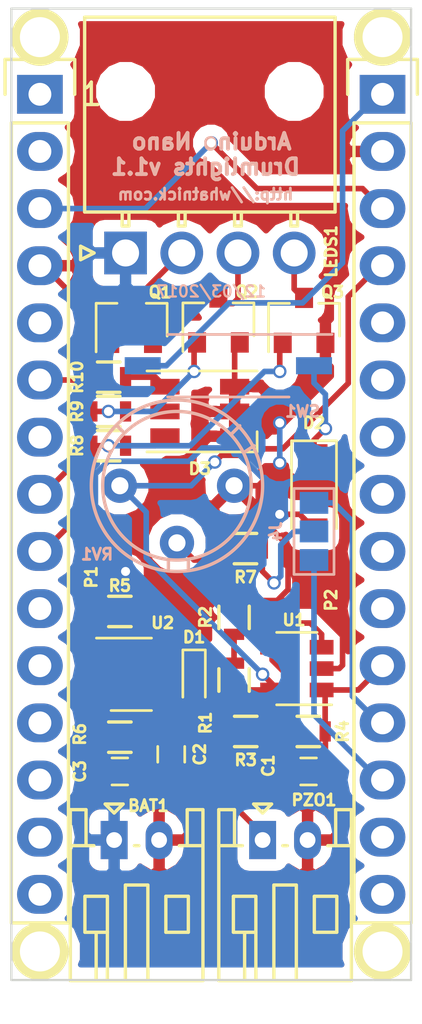
<source format=kicad_pcb>
(kicad_pcb (version 20170123) (host pcbnew "(2017-03-07 revision cf373e543)-makepkg")

  (general
    (links 57)
    (no_connects 0)
    (area 134.337667 66.08375 159.794334 112.9865)
    (thickness 1.6)
    (drawings 23)
    (tracks 195)
    (zones 0)
    (modules 33)
    (nets 49)
  )

  (page A4)
  (title_block
    (date "jeu. 02 avril 2015")
  )

  (layers
    (0 F.Cu signal)
    (31 B.Cu signal)
    (32 B.Adhes user)
    (33 F.Adhes user)
    (34 B.Paste user)
    (35 F.Paste user)
    (36 B.SilkS user)
    (37 F.SilkS user)
    (38 B.Mask user)
    (39 F.Mask user)
    (40 Dwgs.User user)
    (41 Cmts.User user)
    (42 Eco1.User user)
    (43 Eco2.User user)
    (44 Edge.Cuts user)
    (45 Margin user)
    (46 B.CrtYd user)
    (47 F.CrtYd user)
    (48 B.Fab user hide)
    (49 F.Fab user hide)
  )

  (setup
    (last_trace_width 0.25)
    (trace_clearance 0.2)
    (zone_clearance 0.508)
    (zone_45_only no)
    (trace_min 0.2)
    (segment_width 0.15)
    (edge_width 0.1)
    (via_size 0.6)
    (via_drill 0.4)
    (via_min_size 0.4)
    (via_min_drill 0.3)
    (uvia_size 0.3)
    (uvia_drill 0.1)
    (uvias_allowed no)
    (uvia_min_size 0.2)
    (uvia_min_drill 0.1)
    (pcb_text_width 0.3)
    (pcb_text_size 1.5 1.5)
    (mod_edge_width 0.15)
    (mod_text_size 0.5 0.5)
    (mod_text_width 0.125)
    (pad_size 1.5 1.5)
    (pad_drill 0.6)
    (pad_to_mask_clearance 0)
    (aux_axis_origin 138.176 110.617)
    (grid_origin 143.159411 81.749783)
    (visible_elements 7FFFFFFF)
    (pcbplotparams
      (layerselection 0x010f0_ffffffff)
      (usegerberextensions true)
      (excludeedgelayer true)
      (linewidth 0.100000)
      (plotframeref false)
      (viasonmask false)
      (mode 1)
      (useauxorigin false)
      (hpglpennumber 1)
      (hpglpenspeed 20)
      (hpglpendiameter 15)
      (psnegative false)
      (psa4output false)
      (plotreference true)
      (plotvalue true)
      (plotinvisibletext false)
      (padsonsilk false)
      (subtractmaskfromsilk true)
      (outputformat 1)
      (mirror false)
      (drillshape 0)
      (scaleselection 1)
      (outputdirectory ""))
  )

  (net 0 "")
  (net 1 "/1(Tx)")
  (net 2 "/0(Rx)")
  (net 3 /Reset)
  (net 4 GND)
  (net 5 /2)
  (net 6 "/3(**)")
  (net 7 /4)
  (net 8 "/5(**)")
  (net 9 "/6(**)")
  (net 10 /7)
  (net 11 /8)
  (net 12 "/9(**)")
  (net 13 "/10(**/SS)")
  (net 14 "/11(**/MISO)")
  (net 15 "/12(MOSI)")
  (net 16 /Vin)
  (net 17 +5V)
  (net 18 /A7)
  (net 19 /A6)
  (net 20 /A5)
  (net 21 /A4)
  (net 22 /A3)
  (net 23 /A2)
  (net 24 /A0)
  (net 25 /AREF)
  (net 26 "/13(SCK)")
  (net 27 "Net-(P3-Pad1)")
  (net 28 "Net-(P4-Pad1)")
  (net 29 "Net-(P5-Pad1)")
  (net 30 "Net-(P6-Pad1)")
  (net 31 +3V3)
  (net 32 "Net-(R1-Pad2)")
  (net 33 "Net-(C1-Pad2)")
  (net 34 /A1)
  (net 35 "Net-(R6-Pad1)")
  (net 36 +BATT)
  (net 37 "Net-(R5-Pad1)")
  (net 38 "Net-(D1-Pad1)")
  (net 39 "Net-(R7-Pad2)")
  (net 40 "Net-(J4-Pad2)")
  (net 41 "Net-(D3-Pad4)")
  (net 42 "Net-(D3-Pad6)")
  (net 43 "Net-(D3-Pad5)")
  (net 44 "Net-(LEDS1-Pad2)")
  (net 45 "Net-(LEDS1-Pad4)")
  (net 46 "Net-(LEDS1-Pad3)")
  (net 47 "Net-(PZO1-Pad1)")
  (net 48 "Net-(D2-Pad1)")

  (net_class Default "This is the default net class."
    (clearance 0.2)
    (trace_width 0.25)
    (via_dia 0.6)
    (via_drill 0.4)
    (uvia_dia 0.3)
    (uvia_drill 0.1)
    (add_net +3V3)
    (add_net +5V)
    (add_net +BATT)
    (add_net "/0(Rx)")
    (add_net "/1(Tx)")
    (add_net "/10(**/SS)")
    (add_net "/11(**/MISO)")
    (add_net "/12(MOSI)")
    (add_net "/13(SCK)")
    (add_net /2)
    (add_net "/3(**)")
    (add_net /4)
    (add_net "/5(**)")
    (add_net "/6(**)")
    (add_net /7)
    (add_net /8)
    (add_net "/9(**)")
    (add_net /A0)
    (add_net /A1)
    (add_net /A2)
    (add_net /A3)
    (add_net /A4)
    (add_net /A5)
    (add_net /A6)
    (add_net /A7)
    (add_net /AREF)
    (add_net /Reset)
    (add_net /Vin)
    (add_net GND)
    (add_net "Net-(C1-Pad2)")
    (add_net "Net-(D1-Pad1)")
    (add_net "Net-(D2-Pad1)")
    (add_net "Net-(D3-Pad4)")
    (add_net "Net-(D3-Pad5)")
    (add_net "Net-(D3-Pad6)")
    (add_net "Net-(J4-Pad2)")
    (add_net "Net-(LEDS1-Pad2)")
    (add_net "Net-(LEDS1-Pad3)")
    (add_net "Net-(LEDS1-Pad4)")
    (add_net "Net-(P3-Pad1)")
    (add_net "Net-(P4-Pad1)")
    (add_net "Net-(P5-Pad1)")
    (add_net "Net-(P6-Pad1)")
    (add_net "Net-(PZO1-Pad1)")
    (add_net "Net-(R1-Pad2)")
    (add_net "Net-(R5-Pad1)")
    (add_net "Net-(R6-Pad1)")
    (add_net "Net-(R7-Pad2)")
  )

  (module Potentiometers:Potentiometer_Bourns_3339P_Angular_ScrewUp (layer B.Cu) (tedit 5899D346) (tstamp 58932EA0)
    (at 143.002 88.646)
    (descr "5/16, Round, Trimming, Potentiometer, Bourns, 3339")
    (tags "5/16, Round, Trimming, Potentiometer, Bourns, 3339")
    (path /5891D808)
    (fp_text reference RV1 (at -1.016 3.048) (layer B.SilkS)
      (effects (font (size 0.5 0.5) (thickness 0.125)) (justify mirror))
    )
    (fp_text value "10K POT" (at 8.128 -1.778 180) (layer B.Fab)
      (effects (font (size 1 1) (thickness 0.15)) (justify mirror))
    )
    (fp_circle (center 2.54 0) (end 6.35 0) (layer B.SilkS) (width 0.15))
    (fp_circle (center 2.54 0) (end 5.842 0) (layer B.SilkS) (width 0.15))
    (fp_line (start 2.159 3.302) (end 2.159 3.683) (layer B.SilkS) (width 0.15))
    (fp_line (start 3.048 3.302) (end 3.048 3.683) (layer B.SilkS) (width 0.15))
    (fp_line (start -0.127 -2.667) (end 0.127 -2.413) (layer B.SilkS) (width 0.15))
    (fp_line (start -0.762 -1.778) (end -0.381 -1.524) (layer B.SilkS) (width 0.15))
    (fp_line (start 5.969 -1.778) (end 5.588 -1.524) (layer B.SilkS) (width 0.15))
    (fp_line (start 5.334 -2.667) (end 4.953 -2.286) (layer B.SilkS) (width 0.15))
    (pad 3 thru_hole circle (at 5.08 0) (size 1.524 1.524) (drill 0.762) (layers *.Cu *.Mask)
      (net 4 GND))
    (pad 1 thru_hole circle (at 0 0) (size 1.524 1.524) (drill 0.762) (layers *.Cu *.Mask)
      (net 17 +5V))
    (pad 2 thru_hole circle (at 2.54 2.54) (size 1.524 1.524) (drill 0.762) (layers *.Cu *.Mask)
      (net 39 "Net-(R7-Pad2)"))
    (model Potentiometers.3dshapes/Potentiometer_Bourns_3339P_Angular_ScrewUp.wrl
      (at (xyz 0 0 0))
      (scale (xyz 1 1 1))
      (rotate (xyz 0 0 0))
    )
  )

  (module NMOS_SOT23:SOT-23 (layer F.Cu) (tedit 58C38456) (tstamp 58C39D37)
    (at 143.526 81.296 90)
    (descr "SOT-23, Standard")
    (tags SOT-23)
    (path /5890A332)
    (attr smd)
    (fp_text reference Q1 (at 1.254 1.27 -180) (layer F.SilkS)
      (effects (font (size 0.5 0.5) (thickness 0.125)))
    )
    (fp_text value Q_NMOS_DGS (at -3.048 -0.508 -180) (layer F.Fab)
      (effects (font (size 1 1) (thickness 0.15)))
    )
    (fp_line (start 0.76 1.58) (end -0.7 1.58) (layer F.SilkS) (width 0.12))
    (fp_line (start -0.7 -1.02) (end -0.7 1.52) (layer F.Fab) (width 0.1))
    (fp_line (start -0.2 -1.52) (end 0.7 -1.52) (layer F.Fab) (width 0.1))
    (fp_line (start 0.76 -1.58) (end -1.4 -1.58) (layer F.SilkS) (width 0.12))
    (fp_line (start -1.7 1.75) (end -1.7 -1.75) (layer F.CrtYd) (width 0.05))
    (fp_line (start 1.7 1.75) (end -1.7 1.75) (layer F.CrtYd) (width 0.05))
    (fp_line (start 1.7 -1.75) (end 1.7 1.75) (layer F.CrtYd) (width 0.05))
    (fp_line (start -1.7 -1.75) (end 1.7 -1.75) (layer F.CrtYd) (width 0.05))
    (fp_line (start -0.7 1.52) (end 0.7 1.52) (layer F.Fab) (width 0.1))
    (fp_line (start 0.7 -1.52) (end 0.7 1.52) (layer F.Fab) (width 0.1))
    (fp_line (start 0.76 -1.58) (end 0.76 -0.65) (layer F.SilkS) (width 0.12))
    (fp_line (start 0.76 1.58) (end 0.76 0.65) (layer F.SilkS) (width 0.12))
    (fp_line (start -0.2 -1.52) (end -0.7 -1.02) (layer F.Fab) (width 0.1))
    (pad 1 smd rect (at 1 0 90) (size 0.9 0.8) (layers F.Cu F.Paste F.Mask)
      (net 44 "Net-(LEDS1-Pad2)"))
    (pad 3 smd rect (at -1 0.95 90) (size 0.9 0.8) (layers F.Cu F.Paste F.Mask)
      (net 4 GND))
    (pad 2 smd rect (at -1 -0.95 90) (size 0.9 0.8) (layers F.Cu F.Paste F.Mask)
      (net 6 "/3(**)"))
    (model TO_SOT_Packages_SMD.3dshapes/SOT-23.wrl
      (at (xyz 0 0 0))
      (scale (xyz 1 1 1))
      (rotate (xyz 0 0 90))
    )
  )

  (module NMOS_SOT23:SOT-23 (layer F.Cu) (tedit 58C38456) (tstamp 58C39D5B)
    (at 147.386 81.28 90)
    (descr "SOT-23, Standard")
    (tags SOT-23)
    (path /5890AF8D)
    (attr smd)
    (fp_text reference Q2 (at 1.254 1.27 -180) (layer F.SilkS)
      (effects (font (size 0.5 0.5) (thickness 0.125)))
    )
    (fp_text value Q_NMOS_DGS (at -3.048 -0.508 -180) (layer F.Fab)
      (effects (font (size 1 1) (thickness 0.15)))
    )
    (fp_line (start 0.76 1.58) (end -0.7 1.58) (layer F.SilkS) (width 0.12))
    (fp_line (start -0.7 -1.02) (end -0.7 1.52) (layer F.Fab) (width 0.1))
    (fp_line (start -0.2 -1.52) (end 0.7 -1.52) (layer F.Fab) (width 0.1))
    (fp_line (start 0.76 -1.58) (end -1.4 -1.58) (layer F.SilkS) (width 0.12))
    (fp_line (start -1.7 1.75) (end -1.7 -1.75) (layer F.CrtYd) (width 0.05))
    (fp_line (start 1.7 1.75) (end -1.7 1.75) (layer F.CrtYd) (width 0.05))
    (fp_line (start 1.7 -1.75) (end 1.7 1.75) (layer F.CrtYd) (width 0.05))
    (fp_line (start -1.7 -1.75) (end 1.7 -1.75) (layer F.CrtYd) (width 0.05))
    (fp_line (start -0.7 1.52) (end 0.7 1.52) (layer F.Fab) (width 0.1))
    (fp_line (start 0.7 -1.52) (end 0.7 1.52) (layer F.Fab) (width 0.1))
    (fp_line (start 0.76 -1.58) (end 0.76 -0.65) (layer F.SilkS) (width 0.12))
    (fp_line (start 0.76 1.58) (end 0.76 0.65) (layer F.SilkS) (width 0.12))
    (fp_line (start -0.2 -1.52) (end -0.7 -1.02) (layer F.Fab) (width 0.1))
    (pad 1 smd rect (at 1 0 90) (size 0.9 0.8) (layers F.Cu F.Paste F.Mask)
      (net 46 "Net-(LEDS1-Pad3)"))
    (pad 3 smd rect (at -1 0.95 90) (size 0.9 0.8) (layers F.Cu F.Paste F.Mask)
      (net 4 GND))
    (pad 2 smd rect (at -1 -0.95 90) (size 0.9 0.8) (layers F.Cu F.Paste F.Mask)
      (net 8 "/5(**)"))
    (model TO_SOT_Packages_SMD.3dshapes/SOT-23.wrl
      (at (xyz 0 0 0))
      (scale (xyz 1 1 1))
      (rotate (xyz 0 0 90))
    )
  )

  (module NMOS_SOT23:SOT-23 (layer F.Cu) (tedit 58C38456) (tstamp 58C39D49)
    (at 151.196 81.296 90)
    (descr "SOT-23, Standard")
    (tags SOT-23)
    (path /5890B009)
    (attr smd)
    (fp_text reference Q3 (at 1.254 1.27 -180) (layer F.SilkS)
      (effects (font (size 0.5 0.5) (thickness 0.125)))
    )
    (fp_text value Q_NMOS_DGS (at -3.048 -0.508 -180) (layer F.Fab)
      (effects (font (size 1 1) (thickness 0.15)))
    )
    (fp_line (start -0.2 -1.52) (end -0.7 -1.02) (layer F.Fab) (width 0.1))
    (fp_line (start 0.76 1.58) (end 0.76 0.65) (layer F.SilkS) (width 0.12))
    (fp_line (start 0.76 -1.58) (end 0.76 -0.65) (layer F.SilkS) (width 0.12))
    (fp_line (start 0.7 -1.52) (end 0.7 1.52) (layer F.Fab) (width 0.1))
    (fp_line (start -0.7 1.52) (end 0.7 1.52) (layer F.Fab) (width 0.1))
    (fp_line (start -1.7 -1.75) (end 1.7 -1.75) (layer F.CrtYd) (width 0.05))
    (fp_line (start 1.7 -1.75) (end 1.7 1.75) (layer F.CrtYd) (width 0.05))
    (fp_line (start 1.7 1.75) (end -1.7 1.75) (layer F.CrtYd) (width 0.05))
    (fp_line (start -1.7 1.75) (end -1.7 -1.75) (layer F.CrtYd) (width 0.05))
    (fp_line (start 0.76 -1.58) (end -1.4 -1.58) (layer F.SilkS) (width 0.12))
    (fp_line (start -0.2 -1.52) (end 0.7 -1.52) (layer F.Fab) (width 0.1))
    (fp_line (start -0.7 -1.02) (end -0.7 1.52) (layer F.Fab) (width 0.1))
    (fp_line (start 0.76 1.58) (end -0.7 1.58) (layer F.SilkS) (width 0.12))
    (pad 2 smd rect (at -1 -0.95 90) (size 0.9 0.8) (layers F.Cu F.Paste F.Mask)
      (net 9 "/6(**)"))
    (pad 3 smd rect (at -1 0.95 90) (size 0.9 0.8) (layers F.Cu F.Paste F.Mask)
      (net 4 GND))
    (pad 1 smd rect (at 1 0 90) (size 0.9 0.8) (layers F.Cu F.Paste F.Mask)
      (net 45 "Net-(LEDS1-Pad4)"))
    (model TO_SOT_Packages_SMD.3dshapes/SOT-23.wrl
      (at (xyz 0 0 0))
      (scale (xyz 1 1 1))
      (rotate (xyz 0 0 90))
    )
  )

  (module Buttons_Switches_SMD:SW_DIP_x1_W7.62mm_Slide_Copal_CHS-B (layer B.Cu) (tedit 586545EC) (tstamp 58AC5B18)
    (at 147.828 83.312 180)
    (descr "1x-dip-switch, Slide, row spacing 7.62 mm (300 mils), Copal_CHS-B")
    (tags "DIP Switch Slide 7.62mm 300mil Copal_CHS-B")
    (path /58A9A41F)
    (attr smd)
    (fp_text reference SW1 (at -3.302 -2.032 180) (layer B.SilkS)
      (effects (font (size 0.5 0.5) (thickness 0.125)) (justify mirror))
    )
    (fp_text value SW_SPST (at 0 -2.39 180) (layer B.Fab)
      (effects (font (size 1 1) (thickness 0.15)) (justify mirror))
    )
    (fp_line (start 4.9 1.7) (end -4.9 1.7) (layer B.CrtYd) (width 0.05))
    (fp_line (start 4.9 -1.7) (end 4.9 1.7) (layer B.CrtYd) (width 0.05))
    (fp_line (start -4.9 -1.7) (end 4.9 -1.7) (layer B.CrtYd) (width 0.05))
    (fp_line (start -4.9 1.7) (end -4.9 -1.7) (layer B.CrtYd) (width 0.05))
    (fp_line (start -2.7 -1.39) (end 2.7 -1.39) (layer B.SilkS) (width 0.12))
    (fp_line (start -4.61 1.39) (end 2.7 1.39) (layer B.SilkS) (width 0.12))
    (fp_line (start 0 0.25) (end 0 -0.25) (layer B.Fab) (width 0.1))
    (fp_line (start 1.5 0.25) (end -1.5 0.25) (layer B.Fab) (width 0.1))
    (fp_line (start 1.5 -0.25) (end 1.5 0.25) (layer B.Fab) (width 0.1))
    (fp_line (start -1.5 -0.25) (end 1.5 -0.25) (layer B.Fab) (width 0.1))
    (fp_line (start -1.5 0.25) (end -1.5 -0.25) (layer B.Fab) (width 0.1))
    (fp_line (start -2.7 0.27) (end -1.7 1.27) (layer B.Fab) (width 0.1))
    (fp_line (start -2.7 -1.27) (end -2.7 0.27) (layer B.Fab) (width 0.1))
    (fp_line (start 2.7 -1.27) (end -2.7 -1.27) (layer B.Fab) (width 0.1))
    (fp_line (start 2.7 1.27) (end 2.7 -1.27) (layer B.Fab) (width 0.1))
    (fp_line (start -1.7 1.27) (end 2.7 1.27) (layer B.Fab) (width 0.1))
    (pad 2 smd rect (at 3.81 0 180) (size 1.6 0.76) (layers B.Cu B.Mask)
      (net 16 /Vin))
    (pad 1 smd rect (at -3.81 0 180) (size 1.6 0.76) (layers B.Cu B.Mask)
      (net 48 "Net-(D2-Pad1)"))
    (model ${KIPRJMOD}/Drumlights.3dshapes/SW_DIP_x1_W7.62mm_Slide_Copal_CHS-B.stp
      (at (xyz 0 0 0))
      (scale (xyz 1 1 1))
      (rotate (xyz -90 0 -90))
    )
  )

  (module Resistors_SMD:R_0603 (layer F.Cu) (tedit 58307A47) (tstamp 58A2A7B8)
    (at 143.002 99.822 180)
    (descr "Resistor SMD 0603, reflow soldering, Vishay (see dcrcw.pdf)")
    (tags "resistor 0603")
    (path /5898B24A)
    (attr smd)
    (fp_text reference R6 (at 1.778 0.127 270) (layer F.SilkS)
      (effects (font (size 0.5 0.5) (thickness 0.125)))
    )
    (fp_text value 10K (at 0 1.9 180) (layer F.Fab)
      (effects (font (size 1 1) (thickness 0.15)))
    )
    (fp_line (start -0.8 0.4) (end -0.8 -0.4) (layer F.Fab) (width 0.1))
    (fp_line (start 0.8 0.4) (end -0.8 0.4) (layer F.Fab) (width 0.1))
    (fp_line (start 0.8 -0.4) (end 0.8 0.4) (layer F.Fab) (width 0.1))
    (fp_line (start -0.8 -0.4) (end 0.8 -0.4) (layer F.Fab) (width 0.1))
    (fp_line (start -1.3 -0.8) (end 1.3 -0.8) (layer F.CrtYd) (width 0.05))
    (fp_line (start -1.3 0.8) (end 1.3 0.8) (layer F.CrtYd) (width 0.05))
    (fp_line (start -1.3 -0.8) (end -1.3 0.8) (layer F.CrtYd) (width 0.05))
    (fp_line (start 1.3 -0.8) (end 1.3 0.8) (layer F.CrtYd) (width 0.05))
    (fp_line (start 0.5 0.675) (end -0.5 0.675) (layer F.SilkS) (width 0.15))
    (fp_line (start -0.5 -0.675) (end 0.5 -0.675) (layer F.SilkS) (width 0.15))
    (pad 1 smd rect (at -0.75 0 180) (size 0.5 0.9) (layers F.Cu F.Paste F.Mask)
      (net 35 "Net-(R6-Pad1)"))
    (pad 2 smd rect (at 0.75 0 180) (size 0.5 0.9) (layers F.Cu F.Paste F.Mask)
      (net 4 GND))
    (model Resistors_SMD.3dshapes/R_0603.wrl
      (at (xyz 0 0 0))
      (scale (xyz 1 1 1))
      (rotate (xyz 0 0 0))
    )
  )

  (module Resistors_SMD:R_0603 (layer F.Cu) (tedit 58307A47) (tstamp 58A2A6B9)
    (at 143.002 94.234)
    (descr "Resistor SMD 0603, reflow soldering, Vishay (see dcrcw.pdf)")
    (tags "resistor 0603")
    (path /5898B248)
    (attr smd)
    (fp_text reference R5 (at 0 -1.143) (layer F.SilkS)
      (effects (font (size 0.5 0.5) (thickness 0.125)))
    )
    (fp_text value 470 (at 0 1.9) (layer F.Fab)
      (effects (font (size 1 1) (thickness 0.15)))
    )
    (fp_line (start -0.5 -0.675) (end 0.5 -0.675) (layer F.SilkS) (width 0.15))
    (fp_line (start 0.5 0.675) (end -0.5 0.675) (layer F.SilkS) (width 0.15))
    (fp_line (start 1.3 -0.8) (end 1.3 0.8) (layer F.CrtYd) (width 0.05))
    (fp_line (start -1.3 -0.8) (end -1.3 0.8) (layer F.CrtYd) (width 0.05))
    (fp_line (start -1.3 0.8) (end 1.3 0.8) (layer F.CrtYd) (width 0.05))
    (fp_line (start -1.3 -0.8) (end 1.3 -0.8) (layer F.CrtYd) (width 0.05))
    (fp_line (start -0.8 -0.4) (end 0.8 -0.4) (layer F.Fab) (width 0.1))
    (fp_line (start 0.8 -0.4) (end 0.8 0.4) (layer F.Fab) (width 0.1))
    (fp_line (start 0.8 0.4) (end -0.8 0.4) (layer F.Fab) (width 0.1))
    (fp_line (start -0.8 0.4) (end -0.8 -0.4) (layer F.Fab) (width 0.1))
    (pad 2 smd rect (at 0.75 0) (size 0.5 0.9) (layers F.Cu F.Paste F.Mask)
      (net 38 "Net-(D1-Pad1)"))
    (pad 1 smd rect (at -0.75 0) (size 0.5 0.9) (layers F.Cu F.Paste F.Mask)
      (net 37 "Net-(R5-Pad1)"))
    (model Resistors_SMD.3dshapes/R_0603.wrl
      (at (xyz 0 0 0))
      (scale (xyz 1 1 1))
      (rotate (xyz 0 0 0))
    )
  )

  (module Connectors_JST:JST_PH_S2B-PH-K_02x2.00mm_Angled (layer F.Cu) (tedit 56B07786) (tstamp 589E4F7F)
    (at 149.352 104.394)
    (descr http://www.jst-mfg.com/product/pdf/eng/ePH.pdf)
    (tags "connector jst ph")
    (path /5891CEB4)
    (fp_text reference PZO1 (at 2.286 -1.778) (layer F.SilkS)
      (effects (font (size 0.5 0.5) (thickness 0.125)))
    )
    (fp_text value CONN_01X02 (at 1 7.5) (layer F.Fab)
      (effects (font (size 1 1) (thickness 0.15)))
    )
    (fp_line (start 0.5 6.25) (end 0.5 2) (layer F.SilkS) (width 0.15))
    (fp_line (start 0.5 2) (end 1.5 2) (layer F.SilkS) (width 0.15))
    (fp_line (start 1.5 2) (end 1.5 6.25) (layer F.SilkS) (width 0.15))
    (fp_line (start -0.9 0.25) (end -1.25 0.25) (layer F.SilkS) (width 0.15))
    (fp_line (start -1.25 0.25) (end -1.25 -1.35) (layer F.SilkS) (width 0.15))
    (fp_line (start -1.25 -1.35) (end -1.95 -1.35) (layer F.SilkS) (width 0.15))
    (fp_line (start -1.95 -1.35) (end -1.95 6.25) (layer F.SilkS) (width 0.15))
    (fp_line (start -1.95 6.25) (end 3.95 6.25) (layer F.SilkS) (width 0.15))
    (fp_line (start 3.95 6.25) (end 3.95 -1.35) (layer F.SilkS) (width 0.15))
    (fp_line (start 3.95 -1.35) (end 3.25 -1.35) (layer F.SilkS) (width 0.15))
    (fp_line (start 3.25 -1.35) (end 3.25 0.25) (layer F.SilkS) (width 0.15))
    (fp_line (start 3.25 0.25) (end 2.9 0.25) (layer F.SilkS) (width 0.15))
    (fp_line (start 0 -1.2) (end -0.4 -1.6) (layer F.SilkS) (width 0.15))
    (fp_line (start -0.4 -1.6) (end 0.4 -1.6) (layer F.SilkS) (width 0.15))
    (fp_line (start 0.4 -1.6) (end 0 -1.2) (layer F.SilkS) (width 0.15))
    (fp_line (start -1.95 0.25) (end -1.25 0.25) (layer F.SilkS) (width 0.15))
    (fp_line (start 3.95 0.25) (end 3.25 0.25) (layer F.SilkS) (width 0.15))
    (fp_line (start -1.3 2.5) (end -1.3 4.1) (layer F.SilkS) (width 0.15))
    (fp_line (start -1.3 4.1) (end -0.3 4.1) (layer F.SilkS) (width 0.15))
    (fp_line (start -0.3 4.1) (end -0.3 2.5) (layer F.SilkS) (width 0.15))
    (fp_line (start -0.3 2.5) (end -1.3 2.5) (layer F.SilkS) (width 0.15))
    (fp_line (start 3.3 2.5) (end 3.3 4.1) (layer F.SilkS) (width 0.15))
    (fp_line (start 3.3 4.1) (end 2.3 4.1) (layer F.SilkS) (width 0.15))
    (fp_line (start 2.3 4.1) (end 2.3 2.5) (layer F.SilkS) (width 0.15))
    (fp_line (start 2.3 2.5) (end 3.3 2.5) (layer F.SilkS) (width 0.15))
    (fp_line (start -0.3 4.1) (end -0.3 6.25) (layer F.SilkS) (width 0.15))
    (fp_line (start -0.8 4.1) (end -0.8 6.25) (layer F.SilkS) (width 0.15))
    (fp_line (start 0.9 0.25) (end 1.1 0.25) (layer F.SilkS) (width 0.15))
    (fp_line (start -2.45 6.75) (end -2.45 -1.85) (layer F.CrtYd) (width 0.05))
    (fp_line (start -2.45 -1.85) (end 4.45 -1.85) (layer F.CrtYd) (width 0.05))
    (fp_line (start 4.45 -1.85) (end 4.45 6.75) (layer F.CrtYd) (width 0.05))
    (fp_line (start 4.45 6.75) (end -2.45 6.75) (layer F.CrtYd) (width 0.05))
    (pad 1 thru_hole rect (at 0 0) (size 1.2 1.7) (drill 0.7) (layers *.Cu *.Mask)
      (net 47 "Net-(PZO1-Pad1)"))
    (pad 2 thru_hole oval (at 2 0) (size 1.2 1.7) (drill 0.7) (layers *.Cu *.Mask)
      (net 4 GND))
    (model ${KIPRJMOD}/Drumlights.3dshapes/JST_PH_S2B-PH-K_02x2.00mm_Angled.STEP
      (at (xyz 0.3405511811023622 0.1062992125984252 0.2362204724409449))
      (scale (xyz 1 1 1))
      (rotate (xyz -90 0 0))
    )
  )

  (module Connectors_JST:JST_PH_S2B-PH-K_02x2.00mm_Angled (layer F.Cu) (tedit 56B07786) (tstamp 589E4F0F)
    (at 142.748 104.394)
    (descr http://www.jst-mfg.com/product/pdf/eng/ePH.pdf)
    (tags "connector jst ph")
    (path /5891D166)
    (fp_text reference BAT1 (at 1.524 -1.524) (layer F.SilkS)
      (effects (font (size 0.5 0.5) (thickness 0.125)))
    )
    (fp_text value CONN_01X02 (at 1 7.5) (layer F.Fab)
      (effects (font (size 1 1) (thickness 0.15)))
    )
    (fp_line (start 4.45 6.75) (end -2.45 6.75) (layer F.CrtYd) (width 0.05))
    (fp_line (start 4.45 -1.85) (end 4.45 6.75) (layer F.CrtYd) (width 0.05))
    (fp_line (start -2.45 -1.85) (end 4.45 -1.85) (layer F.CrtYd) (width 0.05))
    (fp_line (start -2.45 6.75) (end -2.45 -1.85) (layer F.CrtYd) (width 0.05))
    (fp_line (start 0.9 0.25) (end 1.1 0.25) (layer F.SilkS) (width 0.15))
    (fp_line (start -0.8 4.1) (end -0.8 6.25) (layer F.SilkS) (width 0.15))
    (fp_line (start -0.3 4.1) (end -0.3 6.25) (layer F.SilkS) (width 0.15))
    (fp_line (start 2.3 2.5) (end 3.3 2.5) (layer F.SilkS) (width 0.15))
    (fp_line (start 2.3 4.1) (end 2.3 2.5) (layer F.SilkS) (width 0.15))
    (fp_line (start 3.3 4.1) (end 2.3 4.1) (layer F.SilkS) (width 0.15))
    (fp_line (start 3.3 2.5) (end 3.3 4.1) (layer F.SilkS) (width 0.15))
    (fp_line (start -0.3 2.5) (end -1.3 2.5) (layer F.SilkS) (width 0.15))
    (fp_line (start -0.3 4.1) (end -0.3 2.5) (layer F.SilkS) (width 0.15))
    (fp_line (start -1.3 4.1) (end -0.3 4.1) (layer F.SilkS) (width 0.15))
    (fp_line (start -1.3 2.5) (end -1.3 4.1) (layer F.SilkS) (width 0.15))
    (fp_line (start 3.95 0.25) (end 3.25 0.25) (layer F.SilkS) (width 0.15))
    (fp_line (start -1.95 0.25) (end -1.25 0.25) (layer F.SilkS) (width 0.15))
    (fp_line (start 0.4 -1.6) (end 0 -1.2) (layer F.SilkS) (width 0.15))
    (fp_line (start -0.4 -1.6) (end 0.4 -1.6) (layer F.SilkS) (width 0.15))
    (fp_line (start 0 -1.2) (end -0.4 -1.6) (layer F.SilkS) (width 0.15))
    (fp_line (start 3.25 0.25) (end 2.9 0.25) (layer F.SilkS) (width 0.15))
    (fp_line (start 3.25 -1.35) (end 3.25 0.25) (layer F.SilkS) (width 0.15))
    (fp_line (start 3.95 -1.35) (end 3.25 -1.35) (layer F.SilkS) (width 0.15))
    (fp_line (start 3.95 6.25) (end 3.95 -1.35) (layer F.SilkS) (width 0.15))
    (fp_line (start -1.95 6.25) (end 3.95 6.25) (layer F.SilkS) (width 0.15))
    (fp_line (start -1.95 -1.35) (end -1.95 6.25) (layer F.SilkS) (width 0.15))
    (fp_line (start -1.25 -1.35) (end -1.95 -1.35) (layer F.SilkS) (width 0.15))
    (fp_line (start -1.25 0.25) (end -1.25 -1.35) (layer F.SilkS) (width 0.15))
    (fp_line (start -0.9 0.25) (end -1.25 0.25) (layer F.SilkS) (width 0.15))
    (fp_line (start 1.5 2) (end 1.5 6.25) (layer F.SilkS) (width 0.15))
    (fp_line (start 0.5 2) (end 1.5 2) (layer F.SilkS) (width 0.15))
    (fp_line (start 0.5 6.25) (end 0.5 2) (layer F.SilkS) (width 0.15))
    (pad 2 thru_hole oval (at 2 0) (size 1.2 1.7) (drill 0.7) (layers *.Cu *.Mask)
      (net 4 GND))
    (pad 1 thru_hole rect (at 0 0) (size 1.2 1.7) (drill 0.7) (layers *.Cu *.Mask)
      (net 36 +BATT))
    (model ${KIPRJMOD}/Drumlights.3dshapes/JST_PH_S2B-PH-K_02x2.00mm_Angled.STEP
      (at (xyz 0.3405511811023622 0.1062992125984252 0.2362204724409449))
      (scale (xyz 1 1 1))
      (rotate (xyz -90 0 0))
    )
  )

  (module Connectors_Molex:Molex_NanoFit_1x04x2.50mm_Angled (layer F.Cu) (tedit 5757C4B3) (tstamp 589E4E99)
    (at 143.256 78.3)
    (descr "Molex Nano Fit, single row, side entry, through hole, Datasheet:http://www.molex.com/pdm_docs/sd/1053131208_sd.pdf")
    (tags "connector molex nano-fit 105313-xx08")
    (path /5891D19E)
    (fp_text reference LEDS1 (at 9.144 -0.068 90) (layer F.SilkS)
      (effects (font (size 0.5 0.5) (thickness 0.125)))
    )
    (fp_text value CONN_01X04 (at 3.75 3.5) (layer F.Fab)
      (effects (font (size 1 1) (thickness 0.15)))
    )
    (fp_line (start -2 -0.3) (end -1.4 0) (layer F.SilkS) (width 0.15))
    (fp_line (start -2 0.3) (end -2 -0.3) (layer F.SilkS) (width 0.15))
    (fp_line (start -1.4 0) (end -2 0.3) (layer F.SilkS) (width 0.15))
    (fp_line (start 9.7 -10.85) (end -2.2 -10.85) (layer F.CrtYd) (width 0.05))
    (fp_line (start 9.7 1.4) (end 9.7 -10.85) (layer F.CrtYd) (width 0.05))
    (fp_line (start -2.2 1.4) (end 9.7 1.4) (layer F.CrtYd) (width 0.05))
    (fp_line (start -2.2 -10.85) (end -2.2 1.4) (layer F.CrtYd) (width 0.05))
    (fp_line (start 7.65 -1.82) (end 7.35 -1.82) (layer F.SilkS) (width 0.15))
    (fp_line (start 7.65 -1.2) (end 7.65 -1.82) (layer F.SilkS) (width 0.15))
    (fp_line (start 7.35 -1.2) (end 7.65 -1.2) (layer F.SilkS) (width 0.15))
    (fp_line (start 7.35 -1.82) (end 7.35 -1.2) (layer F.SilkS) (width 0.15))
    (fp_line (start 5.15 -1.82) (end 4.85 -1.82) (layer F.SilkS) (width 0.15))
    (fp_line (start 5.15 -1.2) (end 5.15 -1.82) (layer F.SilkS) (width 0.15))
    (fp_line (start 4.85 -1.2) (end 5.15 -1.2) (layer F.SilkS) (width 0.15))
    (fp_line (start 4.85 -1.82) (end 4.85 -1.2) (layer F.SilkS) (width 0.15))
    (fp_line (start 2.65 -1.82) (end 2.35 -1.82) (layer F.SilkS) (width 0.15))
    (fp_line (start 2.65 -1.2) (end 2.65 -1.82) (layer F.SilkS) (width 0.15))
    (fp_line (start 2.35 -1.2) (end 2.65 -1.2) (layer F.SilkS) (width 0.15))
    (fp_line (start 2.35 -1.82) (end 2.35 -1.2) (layer F.SilkS) (width 0.15))
    (fp_line (start 0.15 -1.82) (end -0.15 -1.82) (layer F.SilkS) (width 0.15))
    (fp_line (start 0.15 -1.2) (end 0.15 -1.82) (layer F.SilkS) (width 0.15))
    (fp_line (start -0.15 -1.2) (end 0.15 -1.2) (layer F.SilkS) (width 0.15))
    (fp_line (start -0.15 -1.82) (end -0.15 -1.2) (layer F.SilkS) (width 0.15))
    (fp_line (start 9.32 -10.48) (end -1.82 -10.48) (layer F.SilkS) (width 0.15))
    (fp_line (start 9.32 -1.82) (end 9.32 -10.48) (layer F.SilkS) (width 0.15))
    (fp_line (start -1.82 -1.82) (end 9.32 -1.82) (layer F.SilkS) (width 0.15))
    (fp_line (start -1.82 -10.48) (end -1.82 -1.82) (layer F.SilkS) (width 0.15))
    (fp_line (start 9.22 -10.38) (end -1.72 -10.38) (layer F.Fab) (width 0.05))
    (fp_line (start 9.22 -1.92) (end 9.22 -10.38) (layer F.Fab) (width 0.05))
    (fp_line (start -1.72 -1.92) (end 9.22 -1.92) (layer F.Fab) (width 0.05))
    (fp_line (start -1.72 -10.38) (end -1.72 -1.92) (layer F.Fab) (width 0.05))
    (pad "" np_thru_hole circle (at 7.5 -7.18) (size 1.6 1.6) (drill 1.6) (layers *.Cu))
    (pad "" np_thru_hole circle (at 0 -7.18) (size 1.6 1.6) (drill 1.6) (layers *.Cu))
    (pad 4 thru_hole circle (at 7.5 0) (size 1.9 1.9) (drill 1.2) (layers *.Cu *.Mask)
      (net 45 "Net-(LEDS1-Pad4)"))
    (pad 3 thru_hole circle (at 5 0) (size 1.9 1.9) (drill 1.2) (layers *.Cu *.Mask)
      (net 46 "Net-(LEDS1-Pad3)"))
    (pad 2 thru_hole circle (at 2.5 0) (size 1.9 1.9) (drill 1.2) (layers *.Cu *.Mask)
      (net 44 "Net-(LEDS1-Pad2)"))
    (pad 1 thru_hole rect (at 0 0) (size 1.9 1.9) (drill 1.2) (layers *.Cu *.Mask)
      (net 36 +BATT))
    (model ${KIPRJMOD}/Drumlights.3dshapes/Connectors_Molex.3dshapesMolex_NanoFit_1x04x2.50mm_Angled.stp
      (at (xyz 0.1476377952755906 0.2362204724409449 0.07480314960629922))
      (scale (xyz 1 1 1))
      (rotate (xyz -90 0 180))
    )
  )

  (module Resistors_SMD:R_0603 (layer F.Cu) (tedit 58307A47) (tstamp 589CA682)
    (at 142.506 86.868)
    (descr "Resistor SMD 0603, reflow soldering, Vishay (see dcrcw.pdf)")
    (tags "resistor 0603")
    (path /589C7DCA)
    (attr smd)
    (fp_text reference R8 (at -1.409 0 90) (layer F.SilkS)
      (effects (font (size 0.5 0.5) (thickness 0.125)))
    )
    (fp_text value 100 (at 0 1.9) (layer F.Fab)
      (effects (font (size 1 1) (thickness 0.15)))
    )
    (fp_line (start -0.5 -0.675) (end 0.5 -0.675) (layer F.SilkS) (width 0.15))
    (fp_line (start 0.5 0.675) (end -0.5 0.675) (layer F.SilkS) (width 0.15))
    (fp_line (start 1.3 -0.8) (end 1.3 0.8) (layer F.CrtYd) (width 0.05))
    (fp_line (start -1.3 -0.8) (end -1.3 0.8) (layer F.CrtYd) (width 0.05))
    (fp_line (start -1.3 0.8) (end 1.3 0.8) (layer F.CrtYd) (width 0.05))
    (fp_line (start -1.3 -0.8) (end 1.3 -0.8) (layer F.CrtYd) (width 0.05))
    (fp_line (start -0.8 -0.4) (end 0.8 -0.4) (layer F.Fab) (width 0.1))
    (fp_line (start 0.8 -0.4) (end 0.8 0.4) (layer F.Fab) (width 0.1))
    (fp_line (start 0.8 0.4) (end -0.8 0.4) (layer F.Fab) (width 0.1))
    (fp_line (start -0.8 0.4) (end -0.8 -0.4) (layer F.Fab) (width 0.1))
    (pad 2 smd rect (at 0.75 0) (size 0.5 0.9) (layers F.Cu F.Paste F.Mask)
      (net 42 "Net-(D3-Pad6)"))
    (pad 1 smd rect (at -0.75 0) (size 0.5 0.9) (layers F.Cu F.Paste F.Mask)
      (net 9 "/6(**)"))
    (model Resistors_SMD.3dshapes/R_0603.wrl
      (at (xyz 0 0 0))
      (scale (xyz 1 1 1))
      (rotate (xyz 0 0 0))
    )
  )

  (module Resistors_SMD:R_0603 (layer F.Cu) (tedit 58307A47) (tstamp 589CA672)
    (at 142.506 83.82)
    (descr "Resistor SMD 0603, reflow soldering, Vishay (see dcrcw.pdf)")
    (tags "resistor 0603")
    (path /589C79B9)
    (attr smd)
    (fp_text reference R10 (at -1.409 0 90) (layer F.SilkS)
      (effects (font (size 0.5 0.5) (thickness 0.125)))
    )
    (fp_text value 150 (at 0 1.9) (layer F.Fab)
      (effects (font (size 1 1) (thickness 0.15)))
    )
    (fp_line (start -0.8 0.4) (end -0.8 -0.4) (layer F.Fab) (width 0.1))
    (fp_line (start 0.8 0.4) (end -0.8 0.4) (layer F.Fab) (width 0.1))
    (fp_line (start 0.8 -0.4) (end 0.8 0.4) (layer F.Fab) (width 0.1))
    (fp_line (start -0.8 -0.4) (end 0.8 -0.4) (layer F.Fab) (width 0.1))
    (fp_line (start -1.3 -0.8) (end 1.3 -0.8) (layer F.CrtYd) (width 0.05))
    (fp_line (start -1.3 0.8) (end 1.3 0.8) (layer F.CrtYd) (width 0.05))
    (fp_line (start -1.3 -0.8) (end -1.3 0.8) (layer F.CrtYd) (width 0.05))
    (fp_line (start 1.3 -0.8) (end 1.3 0.8) (layer F.CrtYd) (width 0.05))
    (fp_line (start 0.5 0.675) (end -0.5 0.675) (layer F.SilkS) (width 0.15))
    (fp_line (start -0.5 -0.675) (end 0.5 -0.675) (layer F.SilkS) (width 0.15))
    (pad 1 smd rect (at -0.75 0) (size 0.5 0.9) (layers F.Cu F.Paste F.Mask)
      (net 6 "/3(**)"))
    (pad 2 smd rect (at 0.75 0) (size 0.5 0.9) (layers F.Cu F.Paste F.Mask)
      (net 41 "Net-(D3-Pad4)"))
    (model Resistors_SMD.3dshapes/R_0603.wrl
      (at (xyz 0 0 0))
      (scale (xyz 1 1 1))
      (rotate (xyz 0 0 0))
    )
  )

  (module Resistors_SMD:R_0603 (layer F.Cu) (tedit 58307A47) (tstamp 589CA662)
    (at 142.506 85.344)
    (descr "Resistor SMD 0603, reflow soldering, Vishay (see dcrcw.pdf)")
    (tags "resistor 0603")
    (path /589C7BFE)
    (attr smd)
    (fp_text reference R9 (at -1.409 0 90) (layer F.SilkS)
      (effects (font (size 0.5 0.5) (thickness 0.125)))
    )
    (fp_text value 100 (at 0 1.9) (layer F.Fab)
      (effects (font (size 1 1) (thickness 0.15)))
    )
    (fp_line (start -0.5 -0.675) (end 0.5 -0.675) (layer F.SilkS) (width 0.15))
    (fp_line (start 0.5 0.675) (end -0.5 0.675) (layer F.SilkS) (width 0.15))
    (fp_line (start 1.3 -0.8) (end 1.3 0.8) (layer F.CrtYd) (width 0.05))
    (fp_line (start -1.3 -0.8) (end -1.3 0.8) (layer F.CrtYd) (width 0.05))
    (fp_line (start -1.3 0.8) (end 1.3 0.8) (layer F.CrtYd) (width 0.05))
    (fp_line (start -1.3 -0.8) (end 1.3 -0.8) (layer F.CrtYd) (width 0.05))
    (fp_line (start -0.8 -0.4) (end 0.8 -0.4) (layer F.Fab) (width 0.1))
    (fp_line (start 0.8 -0.4) (end 0.8 0.4) (layer F.Fab) (width 0.1))
    (fp_line (start 0.8 0.4) (end -0.8 0.4) (layer F.Fab) (width 0.1))
    (fp_line (start -0.8 0.4) (end -0.8 -0.4) (layer F.Fab) (width 0.1))
    (pad 2 smd rect (at 0.75 0) (size 0.5 0.9) (layers F.Cu F.Paste F.Mask)
      (net 43 "Net-(D3-Pad5)"))
    (pad 1 smd rect (at -0.75 0) (size 0.5 0.9) (layers F.Cu F.Paste F.Mask)
      (net 8 "/5(**)"))
    (model Resistors_SMD.3dshapes/R_0603.wrl
      (at (xyz 0 0 0))
      (scale (xyz 1 1 1))
      (rotate (xyz 0 0 0))
    )
  )

  (module LEDs:LED_RGB_PLCC-6 (layer F.Cu) (tedit 587A6CD4) (tstamp 589C9931)
    (at 146.558 85.344 180)
    (descr "RGB LED PLCC-6")
    (tags "RGB LED PLCC-6")
    (path /58C38E54)
    (attr smd)
    (fp_text reference D3 (at 0 -2.55) (layer F.SilkS)
      (effects (font (size 0.5 0.5) (thickness 0.125)))
    )
    (fp_text value LED_RGB (at 0 2.8 180) (layer F.Fab)
      (effects (font (size 1 1) (thickness 0.15)))
    )
    (fp_line (start 2.35 -1.8) (end -2.55 -1.8) (layer F.SilkS) (width 0.12))
    (fp_line (start -2.55 1.8) (end 2.35 1.8) (layer F.SilkS) (width 0.12))
    (fp_line (start -2.75 -2) (end 2.65 -2) (layer F.CrtYd) (width 0.05))
    (fp_line (start -2.75 2) (end 2.65 2) (layer F.CrtYd) (width 0.05))
    (fp_line (start -2.75 -2) (end -2.75 2) (layer F.CrtYd) (width 0.05))
    (fp_line (start 2.65 -2) (end 2.65 2) (layer F.CrtYd) (width 0.05))
    (fp_line (start -2.55 -1.8) (end -2.55 -0.9) (layer F.SilkS) (width 0.12))
    (fp_line (start 1.7 -1.7) (end -1.7 -1.7) (layer F.Fab) (width 0.1))
    (fp_line (start 1.7 1.7) (end 1.7 -1.7) (layer F.Fab) (width 0.1))
    (fp_line (start -1.7 1.7) (end 1.7 1.7) (layer F.Fab) (width 0.1))
    (fp_line (start -1.7 -1.7) (end -1.7 1.7) (layer F.Fab) (width 0.1))
    (fp_line (start -1.7 -1.1) (end -1.1 -1.7) (layer F.Fab) (width 0.1))
    (pad 6 smd rect (at 1.55 -1.1 270) (size 0.7 1.3) (layers F.Cu F.Paste F.Mask)
      (net 42 "Net-(D3-Pad6)"))
    (pad 5 smd rect (at 1.55 0 270) (size 0.7 1.3) (layers F.Cu F.Paste F.Mask)
      (net 43 "Net-(D3-Pad5)"))
    (pad 4 smd rect (at 1.55 1.1 270) (size 0.7 1.3) (layers F.Cu F.Paste F.Mask)
      (net 41 "Net-(D3-Pad4)"))
    (pad 3 smd rect (at -1.55 1.1 270) (size 0.7 1.3) (layers F.Cu F.Paste F.Mask)
      (net 4 GND))
    (pad 2 smd rect (at -1.55 0 270) (size 0.7 1.3) (layers F.Cu F.Paste F.Mask)
      (net 4 GND))
    (pad 1 smd rect (at -1.55 -1.1 270) (size 0.7 1.3) (layers F.Cu F.Paste F.Mask)
      (net 4 GND))
    (model ${KIPRJMOD}/Drumlights.3dshapes/LED_RGB_PLCC-6.wrl
      (at (xyz 0 0 0))
      (scale (xyz 0.2 0.2 0.2))
      (rotate (xyz 0 0 0))
    )
  )

  (module Diodes_SMD:D_SOD-123 (layer F.Cu) (tedit 58645DC7) (tstamp 589A0397)
    (at 151.638 88.9 270)
    (descr SOD-123)
    (tags SOD-123)
    (path /589A5CCB)
    (attr smd)
    (fp_text reference D2 (at -3.048 0) (layer F.SilkS)
      (effects (font (size 0.5 0.5) (thickness 0.125)))
    )
    (fp_text value D_Schottky (at 0 2.1 270) (layer F.Fab)
      (effects (font (size 1 1) (thickness 0.15)))
    )
    (fp_line (start -2.25 -1) (end 1.65 -1) (layer F.SilkS) (width 0.12))
    (fp_line (start -2.25 1) (end 1.65 1) (layer F.SilkS) (width 0.12))
    (fp_line (start -2.35 -1.15) (end -2.35 1.15) (layer F.CrtYd) (width 0.05))
    (fp_line (start 2.35 1.15) (end -2.35 1.15) (layer F.CrtYd) (width 0.05))
    (fp_line (start 2.35 -1.15) (end 2.35 1.15) (layer F.CrtYd) (width 0.05))
    (fp_line (start -2.35 -1.15) (end 2.35 -1.15) (layer F.CrtYd) (width 0.05))
    (fp_line (start -1.4 -0.9) (end 1.4 -0.9) (layer F.Fab) (width 0.1))
    (fp_line (start 1.4 -0.9) (end 1.4 0.9) (layer F.Fab) (width 0.1))
    (fp_line (start 1.4 0.9) (end -1.4 0.9) (layer F.Fab) (width 0.1))
    (fp_line (start -1.4 0.9) (end -1.4 -0.9) (layer F.Fab) (width 0.1))
    (fp_line (start -0.75 0) (end -0.35 0) (layer F.Fab) (width 0.1))
    (fp_line (start -0.35 0) (end -0.35 -0.55) (layer F.Fab) (width 0.1))
    (fp_line (start -0.35 0) (end -0.35 0.55) (layer F.Fab) (width 0.1))
    (fp_line (start -0.35 0) (end 0.25 -0.4) (layer F.Fab) (width 0.1))
    (fp_line (start 0.25 -0.4) (end 0.25 0.4) (layer F.Fab) (width 0.1))
    (fp_line (start 0.25 0.4) (end -0.35 0) (layer F.Fab) (width 0.1))
    (fp_line (start 0.25 0) (end 0.75 0) (layer F.Fab) (width 0.1))
    (fp_line (start -2.25 -1) (end -2.25 1) (layer F.SilkS) (width 0.12))
    (pad 2 smd rect (at 1.65 0 270) (size 0.9 1.2) (layers F.Cu F.Paste F.Mask)
      (net 36 +BATT))
    (pad 1 smd rect (at -1.65 0 270) (size 0.9 1.2) (layers F.Cu F.Paste F.Mask)
      (net 48 "Net-(D2-Pad1)"))
    (model ${KIPRJMOD}/Drumlights.3dshapes/SOD-123.wrl
      (at (xyz 0 0 0))
      (scale (xyz 1 1 1))
      (rotate (xyz 0 0 0))
    )
  )

  (module Connect:GS3 (layer B.Cu) (tedit 58613494) (tstamp 5899E0C0)
    (at 151.638 90.678)
    (descr "3-pin solder bridge")
    (tags "solder bridge")
    (path /5899D23E)
    (attr smd)
    (fp_text reference J4 (at -1.7 0 -90) (layer B.SilkS)
      (effects (font (size 0.5 0.5) (thickness 0.125)) (justify mirror))
    )
    (fp_text value GS3 (at 1.8 0 -90) (layer B.Fab)
      (effects (font (size 1 1) (thickness 0.15)) (justify mirror))
    )
    (fp_line (start -0.89 1.91) (end 0.89 1.91) (layer B.SilkS) (width 0.12))
    (fp_line (start 0.89 -1.91) (end 0.89 1.91) (layer B.SilkS) (width 0.12))
    (fp_line (start -0.89 -1.91) (end 0.89 -1.91) (layer B.SilkS) (width 0.12))
    (fp_line (start -0.89 1.91) (end -0.89 -1.91) (layer B.SilkS) (width 0.12))
    (fp_line (start -1.15 -2.15) (end -1.15 2.15) (layer B.CrtYd) (width 0.05))
    (fp_line (start 1.15 -2.15) (end -1.15 -2.15) (layer B.CrtYd) (width 0.05))
    (fp_line (start 1.15 2.15) (end 1.15 -2.15) (layer B.CrtYd) (width 0.05))
    (fp_line (start -1.15 2.15) (end 1.15 2.15) (layer B.CrtYd) (width 0.05))
    (pad 3 smd rect (at 0 -1.27) (size 1.27 0.97) (layers B.Cu B.Paste B.Mask)
      (net 24 /A0))
    (pad 2 smd rect (at 0 0) (size 1.27 0.97) (layers B.Cu B.Paste B.Mask)
      (net 40 "Net-(J4-Pad2)"))
    (pad 1 smd rect (at 0 1.27) (size 1.27 0.97) (layers B.Cu B.Paste B.Mask)
      (net 25 /AREF))
  )

  (module Resistors_SMD:R_0603 (layer F.Cu) (tedit 58307A47) (tstamp 5899D22B)
    (at 148.59 91.44 180)
    (descr "Resistor SMD 0603, reflow soldering, Vishay (see dcrcw.pdf)")
    (tags "resistor 0603")
    (path /5899D0DC)
    (attr smd)
    (fp_text reference R7 (at 0 -1.27 180) (layer F.SilkS)
      (effects (font (size 0.5 0.5) (thickness 0.125)))
    )
    (fp_text value 5K (at 0 1.9 180) (layer F.Fab)
      (effects (font (size 1 1) (thickness 0.15)))
    )
    (fp_line (start -0.5 -0.675) (end 0.5 -0.675) (layer F.SilkS) (width 0.15))
    (fp_line (start 0.5 0.675) (end -0.5 0.675) (layer F.SilkS) (width 0.15))
    (fp_line (start 1.3 -0.8) (end 1.3 0.8) (layer F.CrtYd) (width 0.05))
    (fp_line (start -1.3 -0.8) (end -1.3 0.8) (layer F.CrtYd) (width 0.05))
    (fp_line (start -1.3 0.8) (end 1.3 0.8) (layer F.CrtYd) (width 0.05))
    (fp_line (start -1.3 -0.8) (end 1.3 -0.8) (layer F.CrtYd) (width 0.05))
    (fp_line (start -0.8 -0.4) (end 0.8 -0.4) (layer F.Fab) (width 0.1))
    (fp_line (start 0.8 -0.4) (end 0.8 0.4) (layer F.Fab) (width 0.1))
    (fp_line (start 0.8 0.4) (end -0.8 0.4) (layer F.Fab) (width 0.1))
    (fp_line (start -0.8 0.4) (end -0.8 -0.4) (layer F.Fab) (width 0.1))
    (pad 2 smd rect (at 0.75 0 180) (size 0.5 0.9) (layers F.Cu F.Paste F.Mask)
      (net 39 "Net-(R7-Pad2)"))
    (pad 1 smd rect (at -0.75 0 180) (size 0.5 0.9) (layers F.Cu F.Paste F.Mask)
      (net 40 "Net-(J4-Pad2)"))
    (model Resistors_SMD.3dshapes/R_0603.wrl
      (at (xyz 0 0 0))
      (scale (xyz 1 1 1))
      (rotate (xyz 0 0 0))
    )
  )

  (module TO_SOT_Packages_SMD:SOT-23-5 (layer F.Cu) (tedit 583F3A3F) (tstamp 5893484C)
    (at 150.876 96.774 180)
    (descr "5-pin SOT23 package")
    (tags SOT-23-5)
    (path /5895E6DE)
    (attr smd)
    (fp_text reference U1 (at 0.127 2.159 180) (layer F.SilkS)
      (effects (font (size 0.5 0.5) (thickness 0.125)))
    )
    (fp_text value TLV2771 (at 0 2.9 180) (layer F.Fab)
      (effects (font (size 1 1) (thickness 0.15)))
    )
    (fp_line (start 0.9 -1.55) (end 0.9 1.55) (layer F.Fab) (width 0.1))
    (fp_line (start 0.9 1.55) (end -0.9 1.55) (layer F.Fab) (width 0.1))
    (fp_line (start -0.9 -1.05) (end -0.9 1.55) (layer F.Fab) (width 0.1))
    (fp_line (start 0.9 -1.55) (end -0.4 -1.55) (layer F.Fab) (width 0.1))
    (fp_line (start -0.4 -1.55) (end -0.9 -1.05) (layer F.Fab) (width 0.1))
    (fp_line (start -1.9 1.8) (end -1.9 -1.8) (layer F.CrtYd) (width 0.05))
    (fp_line (start 1.9 1.8) (end -1.9 1.8) (layer F.CrtYd) (width 0.05))
    (fp_line (start 1.9 -1.8) (end 1.9 1.8) (layer F.CrtYd) (width 0.05))
    (fp_line (start -1.9 -1.8) (end 1.9 -1.8) (layer F.CrtYd) (width 0.05))
    (fp_line (start 0.9 -1.61) (end -1.55 -1.61) (layer F.SilkS) (width 0.12))
    (fp_line (start -0.9 1.61) (end 0.9 1.61) (layer F.SilkS) (width 0.12))
    (pad 5 smd rect (at 1.1 -0.95 180) (size 1.06 0.65) (layers F.Cu F.Paste F.Mask)
      (net 17 +5V))
    (pad 4 smd rect (at 1.1 0.95 180) (size 1.06 0.65) (layers F.Cu F.Paste F.Mask)
      (net 33 "Net-(C1-Pad2)"))
    (pad 3 smd rect (at -1.1 0.95 180) (size 1.06 0.65) (layers F.Cu F.Paste F.Mask)
      (net 32 "Net-(R1-Pad2)"))
    (pad 2 smd rect (at -1.1 0 180) (size 1.06 0.65) (layers F.Cu F.Paste F.Mask)
      (net 4 GND))
    (pad 1 smd rect (at -1.1 -0.95 180) (size 1.06 0.65) (layers F.Cu F.Paste F.Mask)
      (net 34 /A1))
    (model TO_SOT_Packages_SMD.3dshapes/SOT-23-5.wrl
      (at (xyz 0 0 0))
      (scale (xyz 1 1 1))
      (rotate (xyz 0 0 0))
    )
  )

  (module Capacitors_SMD:C_0603 (layer F.Cu) (tedit 5415D631) (tstamp 58988EF7)
    (at 145.288 100.584 270)
    (descr "Capacitor SMD 0603, reflow soldering, AVX (see smccp.pdf)")
    (tags "capacitor 0603")
    (path /5898B24F)
    (attr smd)
    (fp_text reference C2 (at 0 -1.27 270) (layer F.SilkS)
      (effects (font (size 0.5 0.5) (thickness 0.125)))
    )
    (fp_text value 4.7uF (at 0 1.9 270) (layer F.Fab)
      (effects (font (size 1 1) (thickness 0.15)))
    )
    (fp_line (start -0.8 0.4) (end -0.8 -0.4) (layer F.Fab) (width 0.1))
    (fp_line (start 0.8 0.4) (end -0.8 0.4) (layer F.Fab) (width 0.1))
    (fp_line (start 0.8 -0.4) (end 0.8 0.4) (layer F.Fab) (width 0.1))
    (fp_line (start -0.8 -0.4) (end 0.8 -0.4) (layer F.Fab) (width 0.1))
    (fp_line (start -1.45 -0.75) (end 1.45 -0.75) (layer F.CrtYd) (width 0.05))
    (fp_line (start -1.45 0.75) (end 1.45 0.75) (layer F.CrtYd) (width 0.05))
    (fp_line (start -1.45 -0.75) (end -1.45 0.75) (layer F.CrtYd) (width 0.05))
    (fp_line (start 1.45 -0.75) (end 1.45 0.75) (layer F.CrtYd) (width 0.05))
    (fp_line (start -0.35 -0.6) (end 0.35 -0.6) (layer F.SilkS) (width 0.12))
    (fp_line (start 0.35 0.6) (end -0.35 0.6) (layer F.SilkS) (width 0.12))
    (pad 1 smd rect (at -0.75 0 270) (size 0.8 0.75) (layers F.Cu F.Paste F.Mask)
      (net 17 +5V))
    (pad 2 smd rect (at 0.75 0 270) (size 0.8 0.75) (layers F.Cu F.Paste F.Mask)
      (net 4 GND))
    (model Capacitors_SMD.3dshapes/C_0603.wrl
      (at (xyz 0 0 0))
      (scale (xyz 1 1 1))
      (rotate (xyz 0 0 0))
    )
  )

  (module Capacitors_SMD:C_0603 (layer F.Cu) (tedit 5415D631) (tstamp 58988EC9)
    (at 143.002 101.346 180)
    (descr "Capacitor SMD 0603, reflow soldering, AVX (see smccp.pdf)")
    (tags "capacitor 0603")
    (path /5898B253)
    (attr smd)
    (fp_text reference C3 (at 1.778 0 270) (layer F.SilkS)
      (effects (font (size 0.5 0.5) (thickness 0.125)))
    )
    (fp_text value 4.7uF (at 0 1.9 180) (layer F.Fab)
      (effects (font (size 1 1) (thickness 0.15)))
    )
    (fp_line (start 0.35 0.6) (end -0.35 0.6) (layer F.SilkS) (width 0.12))
    (fp_line (start -0.35 -0.6) (end 0.35 -0.6) (layer F.SilkS) (width 0.12))
    (fp_line (start 1.45 -0.75) (end 1.45 0.75) (layer F.CrtYd) (width 0.05))
    (fp_line (start -1.45 -0.75) (end -1.45 0.75) (layer F.CrtYd) (width 0.05))
    (fp_line (start -1.45 0.75) (end 1.45 0.75) (layer F.CrtYd) (width 0.05))
    (fp_line (start -1.45 -0.75) (end 1.45 -0.75) (layer F.CrtYd) (width 0.05))
    (fp_line (start -0.8 -0.4) (end 0.8 -0.4) (layer F.Fab) (width 0.1))
    (fp_line (start 0.8 -0.4) (end 0.8 0.4) (layer F.Fab) (width 0.1))
    (fp_line (start 0.8 0.4) (end -0.8 0.4) (layer F.Fab) (width 0.1))
    (fp_line (start -0.8 0.4) (end -0.8 -0.4) (layer F.Fab) (width 0.1))
    (pad 2 smd rect (at 0.75 0 180) (size 0.8 0.75) (layers F.Cu F.Paste F.Mask)
      (net 4 GND))
    (pad 1 smd rect (at -0.75 0 180) (size 0.8 0.75) (layers F.Cu F.Paste F.Mask)
      (net 36 +BATT))
    (model Capacitors_SMD.3dshapes/C_0603.wrl
      (at (xyz 0 0 0))
      (scale (xyz 1 1 1))
      (rotate (xyz 0 0 0))
    )
  )

  (module LEDs:LED_0603 (layer F.Cu) (tedit 57FE93A5) (tstamp 58988D33)
    (at 146.304 97.244 270)
    (descr "LED 0603 smd package")
    (tags "LED led 0603 SMD smd SMT smt smdled SMDLED smtled SMTLED")
    (path /5898B249)
    (attr smd)
    (fp_text reference D1 (at -1.867 0) (layer F.SilkS)
      (effects (font (size 0.5 0.5) (thickness 0.125)))
    )
    (fp_text value LED (at 0 1.35 270) (layer F.Fab)
      (effects (font (size 1 1) (thickness 0.15)))
    )
    (fp_line (start -1.45 -0.65) (end 1.45 -0.65) (layer F.CrtYd) (width 0.05))
    (fp_line (start -1.45 0.65) (end -1.45 -0.65) (layer F.CrtYd) (width 0.05))
    (fp_line (start 1.45 0.65) (end -1.45 0.65) (layer F.CrtYd) (width 0.05))
    (fp_line (start 1.45 -0.65) (end 1.45 0.65) (layer F.CrtYd) (width 0.05))
    (fp_line (start -1.3 -0.5) (end 0.8 -0.5) (layer F.SilkS) (width 0.12))
    (fp_line (start -1.3 0.5) (end 0.8 0.5) (layer F.SilkS) (width 0.12))
    (fp_line (start -0.8 0.4) (end -0.8 -0.4) (layer F.Fab) (width 0.1))
    (fp_line (start -0.8 -0.4) (end 0.8 -0.4) (layer F.Fab) (width 0.1))
    (fp_line (start 0.8 -0.4) (end 0.8 0.4) (layer F.Fab) (width 0.1))
    (fp_line (start 0.8 0.4) (end -0.8 0.4) (layer F.Fab) (width 0.1))
    (fp_line (start 0.15 -0.2) (end 0.15 0.2) (layer F.Fab) (width 0.1))
    (fp_line (start 0.15 0.2) (end -0.15 0) (layer F.Fab) (width 0.1))
    (fp_line (start -0.15 0) (end 0.15 -0.2) (layer F.Fab) (width 0.1))
    (fp_line (start -0.2 -0.2) (end -0.2 0.2) (layer F.Fab) (width 0.1))
    (fp_line (start -1.3 -0.5) (end -1.3 0.5) (layer F.SilkS) (width 0.12))
    (pad 1 smd rect (at -0.8 0 90) (size 0.8 0.8) (layers F.Cu F.Paste F.Mask)
      (net 38 "Net-(D1-Pad1)"))
    (pad 2 smd rect (at 0.8 0 90) (size 0.8 0.8) (layers F.Cu F.Paste F.Mask)
      (net 17 +5V))
    (model LEDs.3dshapes/LED_0603.wrl
      (at (xyz 0 0 0))
      (scale (xyz 1 1 1))
      (rotate (xyz 0 0 180))
    )
  )

  (module TO_SOT_Packages_SMD:SOT-23-5 (layer F.Cu) (tedit 5883B1A6) (tstamp 58988B38)
    (at 143.51 97.028)
    (descr "5-pin SOT23 package")
    (tags SOT-23-5)
    (path /5898B250)
    (attr smd)
    (fp_text reference U2 (at 1.397 -2.286) (layer F.SilkS)
      (effects (font (size 0.5 0.5) (thickness 0.125)))
    )
    (fp_text value MCP73831 (at 0 2.9) (layer F.Fab)
      (effects (font (size 1 1) (thickness 0.15)))
    )
    (fp_line (start 0.9 -1.55) (end 0.9 1.55) (layer F.Fab) (width 0.1))
    (fp_line (start 0.9 1.55) (end -0.9 1.55) (layer F.Fab) (width 0.1))
    (fp_line (start -0.9 -0.9) (end -0.9 1.55) (layer F.Fab) (width 0.1))
    (fp_line (start 0.9 -1.55) (end -0.25 -1.55) (layer F.Fab) (width 0.1))
    (fp_line (start -0.9 -0.9) (end -0.25 -1.55) (layer F.Fab) (width 0.1))
    (fp_line (start -1.9 1.8) (end -1.9 -1.8) (layer F.CrtYd) (width 0.05))
    (fp_line (start 1.9 1.8) (end -1.9 1.8) (layer F.CrtYd) (width 0.05))
    (fp_line (start 1.9 -1.8) (end 1.9 1.8) (layer F.CrtYd) (width 0.05))
    (fp_line (start -1.9 -1.8) (end 1.9 -1.8) (layer F.CrtYd) (width 0.05))
    (fp_line (start 0.9 -1.61) (end -1.55 -1.61) (layer F.SilkS) (width 0.12))
    (fp_line (start -0.9 1.61) (end 0.9 1.61) (layer F.SilkS) (width 0.12))
    (pad 5 smd rect (at 1.1 -0.95) (size 1.06 0.65) (layers F.Cu F.Paste F.Mask)
      (net 35 "Net-(R6-Pad1)"))
    (pad 4 smd rect (at 1.1 0.95) (size 1.06 0.65) (layers F.Cu F.Paste F.Mask)
      (net 17 +5V))
    (pad 3 smd rect (at -1.1 0.95) (size 1.06 0.65) (layers F.Cu F.Paste F.Mask)
      (net 36 +BATT))
    (pad 2 smd rect (at -1.1 0) (size 1.06 0.65) (layers F.Cu F.Paste F.Mask)
      (net 4 GND))
    (pad 1 smd rect (at -1.1 -0.95) (size 1.06 0.65) (layers F.Cu F.Paste F.Mask)
      (net 37 "Net-(R5-Pad1)"))
    (model TO_SOT_Packages_SMD.3dshapes/SOT-23-5.wrl
      (at (xyz 0 0 0))
      (scale (xyz 1 1 1))
      (rotate (xyz 0 0 0))
    )
  )

  (module Capacitors_SMD:C_0603 (layer F.Cu) (tedit 5415D631) (tstamp 58986A94)
    (at 151.396 101.346 180)
    (descr "Capacitor SMD 0603, reflow soldering, AVX (see smccp.pdf)")
    (tags "capacitor 0603")
    (path /58984F99)
    (attr smd)
    (fp_text reference C1 (at 1.79 0.254 270) (layer F.SilkS)
      (effects (font (size 0.5 0.5) (thickness 0.125)))
    )
    (fp_text value 10pF (at 0 1.9 180) (layer F.Fab)
      (effects (font (size 1 1) (thickness 0.15)))
    )
    (fp_line (start 0.35 0.6) (end -0.35 0.6) (layer F.SilkS) (width 0.12))
    (fp_line (start -0.35 -0.6) (end 0.35 -0.6) (layer F.SilkS) (width 0.12))
    (fp_line (start 1.45 -0.75) (end 1.45 0.75) (layer F.CrtYd) (width 0.05))
    (fp_line (start -1.45 -0.75) (end -1.45 0.75) (layer F.CrtYd) (width 0.05))
    (fp_line (start -1.45 0.75) (end 1.45 0.75) (layer F.CrtYd) (width 0.05))
    (fp_line (start -1.45 -0.75) (end 1.45 -0.75) (layer F.CrtYd) (width 0.05))
    (fp_line (start -0.8 -0.4) (end 0.8 -0.4) (layer F.Fab) (width 0.1))
    (fp_line (start 0.8 -0.4) (end 0.8 0.4) (layer F.Fab) (width 0.1))
    (fp_line (start 0.8 0.4) (end -0.8 0.4) (layer F.Fab) (width 0.1))
    (fp_line (start -0.8 0.4) (end -0.8 -0.4) (layer F.Fab) (width 0.1))
    (pad 2 smd rect (at 0.75 0 180) (size 0.8 0.75) (layers F.Cu F.Paste F.Mask)
      (net 33 "Net-(C1-Pad2)"))
    (pad 1 smd rect (at -0.75 0 180) (size 0.8 0.75) (layers F.Cu F.Paste F.Mask)
      (net 34 /A1))
    (model Capacitors_SMD.3dshapes/C_0603.wrl
      (at (xyz 0 0 0))
      (scale (xyz 1 1 1))
      (rotate (xyz 0 0 0))
    )
  )

  (module Resistors_SMD:R_0603 (layer F.Cu) (tedit 58307A47) (tstamp 58985468)
    (at 151.384 99.568 180)
    (descr "Resistor SMD 0603, reflow soldering, Vishay (see dcrcw.pdf)")
    (tags "resistor 0603")
    (path /58985032)
    (attr smd)
    (fp_text reference R4 (at -1.524 0 270) (layer F.SilkS)
      (effects (font (size 0.5 0.5) (thickness 0.125)))
    )
    (fp_text value 100K (at 0 1.9 180) (layer F.Fab)
      (effects (font (size 1 1) (thickness 0.15)))
    )
    (fp_line (start -0.5 -0.675) (end 0.5 -0.675) (layer F.SilkS) (width 0.15))
    (fp_line (start 0.5 0.675) (end -0.5 0.675) (layer F.SilkS) (width 0.15))
    (fp_line (start 1.3 -0.8) (end 1.3 0.8) (layer F.CrtYd) (width 0.05))
    (fp_line (start -1.3 -0.8) (end -1.3 0.8) (layer F.CrtYd) (width 0.05))
    (fp_line (start -1.3 0.8) (end 1.3 0.8) (layer F.CrtYd) (width 0.05))
    (fp_line (start -1.3 -0.8) (end 1.3 -0.8) (layer F.CrtYd) (width 0.05))
    (fp_line (start -0.8 -0.4) (end 0.8 -0.4) (layer F.Fab) (width 0.1))
    (fp_line (start 0.8 -0.4) (end 0.8 0.4) (layer F.Fab) (width 0.1))
    (fp_line (start 0.8 0.4) (end -0.8 0.4) (layer F.Fab) (width 0.1))
    (fp_line (start -0.8 0.4) (end -0.8 -0.4) (layer F.Fab) (width 0.1))
    (pad 2 smd rect (at 0.75 0 180) (size 0.5 0.9) (layers F.Cu F.Paste F.Mask)
      (net 33 "Net-(C1-Pad2)"))
    (pad 1 smd rect (at -0.75 0 180) (size 0.5 0.9) (layers F.Cu F.Paste F.Mask)
      (net 34 /A1))
    (model Resistors_SMD.3dshapes/R_0603.wrl
      (at (xyz 0 0 0))
      (scale (xyz 1 1 1))
      (rotate (xyz 0 0 0))
    )
  )

  (module Resistors_SMD:R_0603 (layer F.Cu) (tedit 58307A47) (tstamp 58958D06)
    (at 148.602 99.568 180)
    (descr "Resistor SMD 0603, reflow soldering, Vishay (see dcrcw.pdf)")
    (tags "resistor 0603")
    (path /589598BE)
    (attr smd)
    (fp_text reference R3 (at 0 -1.27 180) (layer F.SilkS)
      (effects (font (size 0.5 0.5) (thickness 0.125)))
    )
    (fp_text value 100 (at 0 1.9 180) (layer F.Fab)
      (effects (font (size 1 1) (thickness 0.15)))
    )
    (fp_line (start -0.5 -0.675) (end 0.5 -0.675) (layer F.SilkS) (width 0.15))
    (fp_line (start 0.5 0.675) (end -0.5 0.675) (layer F.SilkS) (width 0.15))
    (fp_line (start 1.3 -0.8) (end 1.3 0.8) (layer F.CrtYd) (width 0.05))
    (fp_line (start -1.3 -0.8) (end -1.3 0.8) (layer F.CrtYd) (width 0.05))
    (fp_line (start -1.3 0.8) (end 1.3 0.8) (layer F.CrtYd) (width 0.05))
    (fp_line (start -1.3 -0.8) (end 1.3 -0.8) (layer F.CrtYd) (width 0.05))
    (fp_line (start -0.8 -0.4) (end 0.8 -0.4) (layer F.Fab) (width 0.1))
    (fp_line (start 0.8 -0.4) (end 0.8 0.4) (layer F.Fab) (width 0.1))
    (fp_line (start 0.8 0.4) (end -0.8 0.4) (layer F.Fab) (width 0.1))
    (fp_line (start -0.8 0.4) (end -0.8 -0.4) (layer F.Fab) (width 0.1))
    (pad 2 smd rect (at 0.75 0 180) (size 0.5 0.9) (layers F.Cu F.Paste F.Mask)
      (net 47 "Net-(PZO1-Pad1)"))
    (pad 1 smd rect (at -0.75 0 180) (size 0.5 0.9) (layers F.Cu F.Paste F.Mask)
      (net 33 "Net-(C1-Pad2)"))
    (model Resistors_SMD.3dshapes/R_0603.wrl
      (at (xyz 0 0 0))
      (scale (xyz 1 1 1))
      (rotate (xyz 0 0 0))
    )
  )

  (module Resistors_SMD:R_0603 (layer F.Cu) (tedit 58307A47) (tstamp 58958CF6)
    (at 148.082 94.5 90)
    (descr "Resistor SMD 0603, reflow soldering, Vishay (see dcrcw.pdf)")
    (tags "resistor 0603")
    (path /5895984C)
    (attr smd)
    (fp_text reference R2 (at 0.012 -1.27 90) (layer F.SilkS)
      (effects (font (size 0.5 0.5) (thickness 0.125)))
    )
    (fp_text value 10K (at 0 1.9 90) (layer F.Fab)
      (effects (font (size 1 1) (thickness 0.15)))
    )
    (fp_line (start -0.8 0.4) (end -0.8 -0.4) (layer F.Fab) (width 0.1))
    (fp_line (start 0.8 0.4) (end -0.8 0.4) (layer F.Fab) (width 0.1))
    (fp_line (start 0.8 -0.4) (end 0.8 0.4) (layer F.Fab) (width 0.1))
    (fp_line (start -0.8 -0.4) (end 0.8 -0.4) (layer F.Fab) (width 0.1))
    (fp_line (start -1.3 -0.8) (end 1.3 -0.8) (layer F.CrtYd) (width 0.05))
    (fp_line (start -1.3 0.8) (end 1.3 0.8) (layer F.CrtYd) (width 0.05))
    (fp_line (start -1.3 -0.8) (end -1.3 0.8) (layer F.CrtYd) (width 0.05))
    (fp_line (start 1.3 -0.8) (end 1.3 0.8) (layer F.CrtYd) (width 0.05))
    (fp_line (start 0.5 0.675) (end -0.5 0.675) (layer F.SilkS) (width 0.15))
    (fp_line (start -0.5 -0.675) (end 0.5 -0.675) (layer F.SilkS) (width 0.15))
    (pad 1 smd rect (at -0.75 0 90) (size 0.5 0.9) (layers F.Cu F.Paste F.Mask)
      (net 32 "Net-(R1-Pad2)"))
    (pad 2 smd rect (at 0.75 0 90) (size 0.5 0.9) (layers F.Cu F.Paste F.Mask)
      (net 4 GND))
    (model Resistors_SMD.3dshapes/R_0603.wrl
      (at (xyz 0 0 0))
      (scale (xyz 1 1 1))
      (rotate (xyz 0 0 0))
    )
  )

  (module Resistors_SMD:R_0603 (layer F.Cu) (tedit 58307A47) (tstamp 58958CE6)
    (at 148.082 97.282 90)
    (descr "Resistor SMD 0603, reflow soldering, Vishay (see dcrcw.pdf)")
    (tags "resistor 0603")
    (path /5895949D)
    (attr smd)
    (fp_text reference R1 (at -1.905 -1.27 90) (layer F.SilkS)
      (effects (font (size 0.5 0.5) (thickness 0.125)))
    )
    (fp_text value 10K (at 0 1.9 90) (layer F.Fab)
      (effects (font (size 1 1) (thickness 0.15)))
    )
    (fp_line (start -0.5 -0.675) (end 0.5 -0.675) (layer F.SilkS) (width 0.15))
    (fp_line (start 0.5 0.675) (end -0.5 0.675) (layer F.SilkS) (width 0.15))
    (fp_line (start 1.3 -0.8) (end 1.3 0.8) (layer F.CrtYd) (width 0.05))
    (fp_line (start -1.3 -0.8) (end -1.3 0.8) (layer F.CrtYd) (width 0.05))
    (fp_line (start -1.3 0.8) (end 1.3 0.8) (layer F.CrtYd) (width 0.05))
    (fp_line (start -1.3 -0.8) (end 1.3 -0.8) (layer F.CrtYd) (width 0.05))
    (fp_line (start -0.8 -0.4) (end 0.8 -0.4) (layer F.Fab) (width 0.1))
    (fp_line (start 0.8 -0.4) (end 0.8 0.4) (layer F.Fab) (width 0.1))
    (fp_line (start 0.8 0.4) (end -0.8 0.4) (layer F.Fab) (width 0.1))
    (fp_line (start -0.8 0.4) (end -0.8 -0.4) (layer F.Fab) (width 0.1))
    (pad 2 smd rect (at 0.75 0 90) (size 0.5 0.9) (layers F.Cu F.Paste F.Mask)
      (net 32 "Net-(R1-Pad2)"))
    (pad 1 smd rect (at -0.75 0 90) (size 0.5 0.9) (layers F.Cu F.Paste F.Mask)
      (net 17 +5V))
    (model Resistors_SMD.3dshapes/R_0603.wrl
      (at (xyz 0 0 0))
      (scale (xyz 1 1 1))
      (rotate (xyz 0 0 0))
    )
  )

  (module Socket_Strips:Socket_Strip_Straight_1x15 locked (layer F.Cu) (tedit 0) (tstamp 5891D2C1)
    (at 154.686 71.247 270)
    (descr "Through hole socket strip")
    (tags "socket strip")
    (path /56D740C7)
    (fp_text reference P2 (at 22.479 2.286 270) (layer F.SilkS)
      (effects (font (size 0.5 0.5) (thickness 0.125)))
    )
    (fp_text value Analog (at 0 -3.1 270) (layer F.Fab)
      (effects (font (size 1 1) (thickness 0.15)))
    )
    (fp_line (start -1.75 -1.75) (end -1.75 1.75) (layer F.CrtYd) (width 0.05))
    (fp_line (start 37.35 -1.75) (end 37.35 1.75) (layer F.CrtYd) (width 0.05))
    (fp_line (start -1.75 -1.75) (end 37.35 -1.75) (layer F.CrtYd) (width 0.05))
    (fp_line (start -1.75 1.75) (end 37.35 1.75) (layer F.CrtYd) (width 0.05))
    (fp_line (start 1.27 -1.27) (end 36.83 -1.27) (layer F.SilkS) (width 0.15))
    (fp_line (start 36.83 -1.27) (end 36.83 1.27) (layer F.SilkS) (width 0.15))
    (fp_line (start 36.83 1.27) (end 1.27 1.27) (layer F.SilkS) (width 0.15))
    (fp_line (start -1.55 1.55) (end 0 1.55) (layer F.SilkS) (width 0.15))
    (fp_line (start 1.27 1.27) (end 1.27 -1.27) (layer F.SilkS) (width 0.15))
    (fp_line (start 0 -1.55) (end -1.55 -1.55) (layer F.SilkS) (width 0.15))
    (fp_line (start -1.55 -1.55) (end -1.55 1.55) (layer F.SilkS) (width 0.15))
    (pad 1 thru_hole rect (at 0 0 270) (size 1.7272 2.032) (drill 1.016) (layers *.Cu *.Mask)
      (net 16 /Vin))
    (pad 2 thru_hole oval (at 2.54 0 270) (size 1.7272 2.032) (drill 1.016) (layers *.Cu *.Mask)
      (net 4 GND))
    (pad 3 thru_hole oval (at 5.08 0 270) (size 1.7272 2.032) (drill 1.016) (layers *.Cu *.Mask)
      (net 3 /Reset))
    (pad 4 thru_hole oval (at 7.62 0 270) (size 1.7272 2.032) (drill 1.016) (layers *.Cu *.Mask)
      (net 17 +5V))
    (pad 5 thru_hole oval (at 10.16 0 270) (size 1.7272 2.032) (drill 1.016) (layers *.Cu *.Mask)
      (net 18 /A7))
    (pad 6 thru_hole oval (at 12.7 0 270) (size 1.7272 2.032) (drill 1.016) (layers *.Cu *.Mask)
      (net 19 /A6))
    (pad 7 thru_hole oval (at 15.24 0 270) (size 1.7272 2.032) (drill 1.016) (layers *.Cu *.Mask)
      (net 20 /A5))
    (pad 8 thru_hole oval (at 17.78 0 270) (size 1.7272 2.032) (drill 1.016) (layers *.Cu *.Mask)
      (net 21 /A4))
    (pad 9 thru_hole oval (at 20.32 0 270) (size 1.7272 2.032) (drill 1.016) (layers *.Cu *.Mask)
      (net 22 /A3))
    (pad 10 thru_hole oval (at 22.86 0 270) (size 1.7272 2.032) (drill 1.016) (layers *.Cu *.Mask)
      (net 23 /A2))
    (pad 11 thru_hole oval (at 25.4 0 270) (size 1.7272 2.032) (drill 1.016) (layers *.Cu *.Mask)
      (net 34 /A1))
    (pad 12 thru_hole oval (at 27.94 0 270) (size 1.7272 2.032) (drill 1.016) (layers *.Cu *.Mask)
      (net 24 /A0))
    (pad 13 thru_hole oval (at 30.48 0 270) (size 1.7272 2.032) (drill 1.016) (layers *.Cu *.Mask)
      (net 25 /AREF))
    (pad 14 thru_hole oval (at 33.02 0 270) (size 1.7272 2.032) (drill 1.016) (layers *.Cu *.Mask)
      (net 31 +3V3))
    (pad 15 thru_hole oval (at 35.56 0 270) (size 1.7272 2.032) (drill 1.016) (layers *.Cu *.Mask)
      (net 26 "/13(SCK)"))
    (model Socket_Strips.3dshapes/Socket_Strip_Straight_1x15.wrl
      (at (xyz 0.7 0 0))
      (scale (xyz 1 1 1))
      (rotate (xyz 0 0 180))
    )
  )

  (module Socket_Strips:Socket_Strip_Straight_1x15 locked (layer F.Cu) (tedit 0) (tstamp 5891D28B)
    (at 139.446 71.247 270)
    (descr "Through hole socket strip")
    (tags "socket strip")
    (path /56D73FAC)
    (fp_text reference P1 (at 21.463 -2.286 270) (layer F.SilkS)
      (effects (font (size 0.5 0.5) (thickness 0.125)))
    )
    (fp_text value Digital (at 0 -3.1 270) (layer F.Fab)
      (effects (font (size 1 1) (thickness 0.15)))
    )
    (fp_line (start -1.55 -1.55) (end -1.55 1.55) (layer F.SilkS) (width 0.15))
    (fp_line (start 0 -1.55) (end -1.55 -1.55) (layer F.SilkS) (width 0.15))
    (fp_line (start 1.27 1.27) (end 1.27 -1.27) (layer F.SilkS) (width 0.15))
    (fp_line (start -1.55 1.55) (end 0 1.55) (layer F.SilkS) (width 0.15))
    (fp_line (start 36.83 1.27) (end 1.27 1.27) (layer F.SilkS) (width 0.15))
    (fp_line (start 36.83 -1.27) (end 36.83 1.27) (layer F.SilkS) (width 0.15))
    (fp_line (start 1.27 -1.27) (end 36.83 -1.27) (layer F.SilkS) (width 0.15))
    (fp_line (start -1.75 1.75) (end 37.35 1.75) (layer F.CrtYd) (width 0.05))
    (fp_line (start -1.75 -1.75) (end 37.35 -1.75) (layer F.CrtYd) (width 0.05))
    (fp_line (start 37.35 -1.75) (end 37.35 1.75) (layer F.CrtYd) (width 0.05))
    (fp_line (start -1.75 -1.75) (end -1.75 1.75) (layer F.CrtYd) (width 0.05))
    (pad 15 thru_hole oval (at 35.56 0 270) (size 1.7272 2.032) (drill 1.016) (layers *.Cu *.Mask)
      (net 15 "/12(MOSI)"))
    (pad 14 thru_hole oval (at 33.02 0 270) (size 1.7272 2.032) (drill 1.016) (layers *.Cu *.Mask)
      (net 14 "/11(**/MISO)"))
    (pad 13 thru_hole oval (at 30.48 0 270) (size 1.7272 2.032) (drill 1.016) (layers *.Cu *.Mask)
      (net 13 "/10(**/SS)"))
    (pad 12 thru_hole oval (at 27.94 0 270) (size 1.7272 2.032) (drill 1.016) (layers *.Cu *.Mask)
      (net 12 "/9(**)"))
    (pad 11 thru_hole oval (at 25.4 0 270) (size 1.7272 2.032) (drill 1.016) (layers *.Cu *.Mask)
      (net 11 /8))
    (pad 10 thru_hole oval (at 22.86 0 270) (size 1.7272 2.032) (drill 1.016) (layers *.Cu *.Mask)
      (net 10 /7))
    (pad 9 thru_hole oval (at 20.32 0 270) (size 1.7272 2.032) (drill 1.016) (layers *.Cu *.Mask)
      (net 9 "/6(**)"))
    (pad 8 thru_hole oval (at 17.78 0 270) (size 1.7272 2.032) (drill 1.016) (layers *.Cu *.Mask)
      (net 8 "/5(**)"))
    (pad 7 thru_hole oval (at 15.24 0 270) (size 1.7272 2.032) (drill 1.016) (layers *.Cu *.Mask)
      (net 7 /4))
    (pad 6 thru_hole oval (at 12.7 0 270) (size 1.7272 2.032) (drill 1.016) (layers *.Cu *.Mask)
      (net 6 "/3(**)"))
    (pad 5 thru_hole oval (at 10.16 0 270) (size 1.7272 2.032) (drill 1.016) (layers *.Cu *.Mask)
      (net 5 /2))
    (pad 4 thru_hole oval (at 7.62 0 270) (size 1.7272 2.032) (drill 1.016) (layers *.Cu *.Mask)
      (net 4 GND))
    (pad 3 thru_hole oval (at 5.08 0 270) (size 1.7272 2.032) (drill 1.016) (layers *.Cu *.Mask)
      (net 3 /Reset))
    (pad 2 thru_hole oval (at 2.54 0 270) (size 1.7272 2.032) (drill 1.016) (layers *.Cu *.Mask)
      (net 2 "/0(Rx)"))
    (pad 1 thru_hole rect (at 0 0 270) (size 1.7272 2.032) (drill 1.016) (layers *.Cu *.Mask)
      (net 1 "/1(Tx)"))
    (model Socket_Strips.3dshapes/Socket_Strip_Straight_1x15.wrl
      (at (xyz 0.7 0 0))
      (scale (xyz 1 1 1))
      (rotate (xyz 0 0 180))
    )
  )

  (module Socket_Arduino_Nano:1pin_Nano locked (layer F.Cu) (tedit 5521156E) (tstamp 55211553)
    (at 139.446 68.707)
    (descr "module 1 pin (ou trou mecanique de percage)")
    (tags DEV)
    (path /56D73ADD)
    (fp_text reference P3 (at 0 -2.032) (layer F.SilkS) hide
      (effects (font (size 0.5 0.5) (thickness 0.125)))
    )
    (fp_text value CONN_01X01 (at 0 2.032) (layer F.Fab) hide
      (effects (font (size 1 1) (thickness 0.15)))
    )
    (pad 1 thru_hole circle (at 0 0) (size 2.54 2.54) (drill 1.778) (layers *.Cu *.Mask F.SilkS)
      (net 27 "Net-(P3-Pad1)"))
  )

  (module Socket_Arduino_Nano:1pin_Nano locked (layer F.Cu) (tedit 55211594) (tstamp 55211558)
    (at 139.446 109.347)
    (descr "module 1 pin (ou trou mecanique de percage)")
    (tags DEV)
    (path /56D73D86)
    (fp_text reference P4 (at 0 -2.032) (layer F.SilkS) hide
      (effects (font (size 0.5 0.5) (thickness 0.125)))
    )
    (fp_text value CONN_01X01 (at 0 2.032) (layer F.Fab) hide
      (effects (font (size 1 1) (thickness 0.15)))
    )
    (pad 1 thru_hole circle (at 0 0) (size 2.54 2.54) (drill 1.778) (layers *.Cu *.Mask F.SilkS)
      (net 28 "Net-(P4-Pad1)"))
  )

  (module Socket_Arduino_Nano:1pin_Nano locked (layer F.Cu) (tedit 552115A5) (tstamp 5521155D)
    (at 154.686 109.347)
    (descr "module 1 pin (ou trou mecanique de percage)")
    (tags DEV)
    (path /56D73DAE)
    (fp_text reference P5 (at 0 -2.032) (layer F.SilkS) hide
      (effects (font (size 0.5 0.5) (thickness 0.125)))
    )
    (fp_text value CONN_01X01 (at 0 2.032) (layer F.Fab) hide
      (effects (font (size 1 1) (thickness 0.15)))
    )
    (pad 1 thru_hole circle (at 0 0) (size 2.54 2.54) (drill 1.778) (layers *.Cu *.Mask F.SilkS)
      (net 29 "Net-(P5-Pad1)"))
  )

  (module Socket_Arduino_Nano:1pin_Nano locked (layer F.Cu) (tedit 552115BD) (tstamp 55211562)
    (at 154.686 68.707)
    (descr "module 1 pin (ou trou mecanique de percage)")
    (tags DEV)
    (path /56D73DD9)
    (fp_text reference P6 (at 0 -2.032) (layer F.SilkS) hide
      (effects (font (size 0.5 0.5) (thickness 0.125)))
    )
    (fp_text value CONN_01X01 (at 0 2.032) (layer F.Fab) hide
      (effects (font (size 1 1) (thickness 0.15)))
    )
    (pad 1 thru_hole circle (at 0 0) (size 2.54 2.54) (drill 1.778) (layers *.Cu *.Mask F.SilkS)
      (net 30 "Net-(P6-Pad1)"))
  )

  (gr_text 12/03/2017 (at 147.066 80.01) (layer B.SilkS)
    (effects (font (size 0.5 0.5) (thickness 0.1)) (justify mirror))
  )
  (gr_text http://whatnick.com (at 146.812 75.692) (layer B.SilkS)
    (effects (font (size 0.5 0.5) (thickness 0.125)) (justify mirror))
  )
  (gr_text "Arduino Nano \nDrumlights v1.1" (at 146.812 73.914) (layer B.SilkS)
    (effects (font (size 0.7 0.7) (thickness 0.175)) (justify mirror))
  )
  (gr_text 1 (at 141.732 71.247) (layer F.SilkS)
    (effects (font (size 1 1) (thickness 0.15)))
  )
  (gr_line (start 150.622 112.522) (end 150.622 110.617) (angle 90) (layer Dwgs.User) (width 0.15))
  (gr_line (start 150.622 102.997) (end 150.622 110.617) (angle 90) (layer Dwgs.User) (width 0.15))
  (gr_line (start 143.51 102.997) (end 150.622 102.997) (angle 90) (layer Dwgs.User) (width 0.15))
  (gr_line (start 143.51 110.617) (end 143.51 102.997) (angle 90) (layer Dwgs.User) (width 0.15))
  (gr_line (start 143.51 112.522) (end 150.622 112.522) (angle 90) (layer Dwgs.User) (width 0.15))
  (gr_line (start 143.51 110.617) (end 143.51 112.522) (angle 90) (layer Dwgs.User) (width 0.15))
  (gr_line (start 145.542 87.757) (end 145.542 85.217) (angle 90) (layer Dwgs.User) (width 0.15))
  (gr_line (start 149.479 87.757) (end 145.542 87.757) (angle 90) (layer Dwgs.User) (width 0.15))
  (gr_line (start 149.479 85.217) (end 149.479 87.757) (angle 90) (layer Dwgs.User) (width 0.15))
  (gr_line (start 145.542 85.217) (end 149.479 85.217) (angle 90) (layer Dwgs.User) (width 0.15))
  (gr_circle (center 147.574 86.487) (end 146.812 86.487) (layer Dwgs.User) (width 0.15))
  (gr_line (start 150.876 67.437) (end 143.256 67.437) (angle 90) (layer Dwgs.User) (width 0.15))
  (gr_line (start 150.876 72.517) (end 150.876 67.437) (angle 90) (layer Dwgs.User) (width 0.15))
  (gr_line (start 143.256 72.517) (end 150.876 72.517) (angle 90) (layer Dwgs.User) (width 0.15))
  (gr_line (start 143.256 67.437) (end 143.256 72.517) (angle 90) (layer Dwgs.User) (width 0.15))
  (gr_line (start 138.176 67.437) (end 138.176 110.617) (angle 90) (layer Edge.Cuts) (width 0.1))
  (gr_line (start 155.956 67.437) (end 138.176 67.437) (angle 90) (layer Edge.Cuts) (width 0.1))
  (gr_line (start 155.956 110.617) (end 155.956 67.437) (angle 90) (layer Edge.Cuts) (width 0.1))
  (gr_line (start 138.176 110.617) (end 155.956 110.617) (angle 90) (layer Edge.Cuts) (width 0.1))

  (segment (start 154.686 76.327) (end 153.797 75.438) (width 0.25) (layer F.Cu) (net 3) (status 10))
  (segment (start 149.098 75.438) (end 147.066 73.406) (width 0.25) (layer F.Cu) (net 3))
  (segment (start 153.797 75.438) (end 149.098 75.438) (width 0.25) (layer F.Cu) (net 3))
  (segment (start 144.145 76.327) (end 147.066 73.406) (width 0.25) (layer B.Cu) (net 3))
  (segment (start 139.446 76.327) (end 144.145 76.327) (width 0.25) (layer B.Cu) (net 3) (status 10))
  (via (at 147.066 73.406) (size 0.6) (drill 0.4) (layers F.Cu B.Cu) (net 3))
  (segment (start 149.15963 88.646) (end 148.082 88.646) (width 0.25) (layer F.Cu) (net 4) (status 20))
  (segment (start 150.485001 93.264001) (end 150.485001 91.299999) (width 0.25) (layer F.Cu) (net 4))
  (segment (start 148.082 93.75) (end 149.999002 93.75) (width 0.25) (layer F.Cu) (net 4) (status 10))
  (segment (start 150.485001 91.299999) (end 149.15963 89.974628) (width 0.25) (layer F.Cu) (net 4))
  (segment (start 149.15963 89.974628) (end 149.15963 88.646) (width 0.25) (layer F.Cu) (net 4))
  (segment (start 149.999002 93.75) (end 150.485001 93.264001) (width 0.25) (layer F.Cu) (net 4))
  (segment (start 150.114 85.852) (end 150.114 87.629992) (width 0.25) (layer B.Cu) (net 4))
  (segment (start 144.476 82.534) (end 144.476 82.484) (width 0.25) (layer F.Cu) (net 4) (status 30))
  (segment (start 144.476 82.484) (end 143.233783 81.241783) (width 0.25) (layer F.Cu) (net 4) (status 10))
  (segment (start 143.233783 81.241783) (end 143.159411 81.241783) (width 0.25) (layer F.Cu) (net 4))
  (segment (start 143.159411 81.241783) (end 141.898228 79.9806) (width 0.25) (layer F.Cu) (net 4))
  (segment (start 141.898228 79.9806) (end 140.712 79.9806) (width 0.25) (layer F.Cu) (net 4))
  (segment (start 140.712 79.9806) (end 139.5984 78.867) (width 0.25) (layer F.Cu) (net 4) (status 20))
  (segment (start 150.114 87.629992) (end 150.114008 87.63) (width 0.25) (layer B.Cu) (net 4))
  (segment (start 148.108 86.444) (end 149.522 86.444) (width 0.25) (layer F.Cu) (net 4) (status 10))
  (segment (start 149.522 86.444) (end 150.114 85.852) (width 0.25) (layer F.Cu) (net 4))
  (via (at 150.114 85.852) (size 0.6) (drill 0.4) (layers F.Cu B.Cu) (net 4))
  (segment (start 148.108 84.244) (end 148.108 82.508) (width 0.25) (layer F.Cu) (net 4) (status 30))
  (segment (start 148.108 82.508) (end 148.336 82.28) (width 0.25) (layer F.Cu) (net 4) (status 30))
  (segment (start 139.5984 78.867) (end 139.446 78.867) (width 0.25) (layer F.Cu) (net 4) (status 30))
  (segment (start 150.114008 87.691622) (end 150.114008 87.63) (width 0.25) (layer F.Cu) (net 4))
  (via (at 150.114008 87.63) (size 0.6) (drill 0.4) (layers F.Cu B.Cu) (net 4))
  (segment (start 149.15963 88.646) (end 150.114008 87.691622) (width 0.25) (layer F.Cu) (net 4))
  (segment (start 142.252 99.822) (end 142.227 99.822) (width 0.25) (layer F.Cu) (net 4) (status 30))
  (segment (start 141.554999 99.149999) (end 141.554999 97.103001) (width 0.25) (layer F.Cu) (net 4))
  (segment (start 142.227 99.822) (end 141.554999 99.149999) (width 0.25) (layer F.Cu) (net 4) (status 10))
  (segment (start 141.554999 97.103001) (end 141.63 97.028) (width 0.25) (layer F.Cu) (net 4))
  (segment (start 141.63 97.028) (end 142.41 97.028) (width 0.25) (layer F.Cu) (net 4) (status 20))
  (segment (start 152.908 96.622) (end 152.908 95.315998) (width 0.25) (layer F.Cu) (net 4))
  (segment (start 152.908 95.315998) (end 151.342002 93.75) (width 0.25) (layer F.Cu) (net 4))
  (segment (start 151.342002 93.75) (end 148.082 93.75) (width 0.25) (layer F.Cu) (net 4) (status 20))
  (segment (start 151.976 96.774) (end 152.756 96.774) (width 0.25) (layer F.Cu) (net 4) (status 10))
  (segment (start 152.756 96.774) (end 152.908 96.622) (width 0.25) (layer F.Cu) (net 4))
  (segment (start 141.224 81.413002) (end 141.224 80.4926) (width 0.25) (layer F.Cu) (net 4))
  (segment (start 141.224 80.4926) (end 139.5984 78.867) (width 0.25) (layer F.Cu) (net 4) (status 20))
  (segment (start 141.756 83.116) (end 142.576 82.296) (width 0.25) (layer F.Cu) (net 6) (status 20))
  (segment (start 141.756 83.82) (end 141.756 83.116) (width 0.25) (layer F.Cu) (net 6) (status 10))
  (segment (start 139.446 83.947) (end 141.629 83.947) (width 0.25) (layer F.Cu) (net 6) (status 30))
  (segment (start 141.629 83.947) (end 141.756 83.82) (width 0.25) (layer F.Cu) (net 6) (status 30))
  (segment (start 146.304 83.566) (end 146.304 82.412) (width 0.25) (layer F.Cu) (net 8) (status 20))
  (segment (start 146.304 82.412) (end 146.436 82.28) (width 0.25) (layer F.Cu) (net 8) (status 30))
  (segment (start 142.494 85.344) (end 144.526 85.344) (width 0.25) (layer B.Cu) (net 8))
  (segment (start 144.526 85.344) (end 146.304 83.566) (width 0.25) (layer B.Cu) (net 8))
  (via (at 146.304 83.566) (size 0.6) (drill 0.4) (layers F.Cu B.Cu) (net 8))
  (segment (start 141.756 85.344) (end 142.494 85.344) (width 0.25) (layer F.Cu) (net 8) (status 10))
  (via (at 142.494 85.344) (size 0.6) (drill 0.4) (layers F.Cu B.Cu) (net 8))
  (segment (start 141.756 85.344) (end 141.756 85.32) (width 0.25) (layer F.Cu) (net 8) (status 30))
  (segment (start 139.446 89.027) (end 139.5984 89.027) (width 0.25) (layer F.Cu) (net 8) (status 30))
  (segment (start 139.5984 89.027) (end 141.180999 87.444401) (width 0.25) (layer F.Cu) (net 8) (status 10))
  (segment (start 141.180999 87.444401) (end 141.180999 86.119001) (width 0.25) (layer F.Cu) (net 8))
  (segment (start 141.180999 86.119001) (end 141.756 85.544) (width 0.25) (layer F.Cu) (net 8) (status 20))
  (segment (start 141.756 85.544) (end 141.756 85.344) (width 0.25) (layer F.Cu) (net 8) (status 30))
  (segment (start 149.433777 83.566) (end 150.114 83.566) (width 0.25) (layer B.Cu) (net 9))
  (segment (start 142.494 86.868) (end 146.131777 86.868) (width 0.25) (layer B.Cu) (net 9))
  (segment (start 146.131777 86.868) (end 149.433777 83.566) (width 0.25) (layer B.Cu) (net 9))
  (segment (start 150.114 83.566) (end 150.114 82.428) (width 0.25) (layer F.Cu) (net 9) (status 20))
  (segment (start 150.114 82.428) (end 150.246 82.296) (width 0.25) (layer F.Cu) (net 9) (status 30))
  (via (at 150.114 83.566) (size 0.6) (drill 0.4) (layers F.Cu B.Cu) (net 9))
  (segment (start 141.756 86.868) (end 142.494 86.868) (width 0.25) (layer F.Cu) (net 9) (status 10))
  (via (at 142.494 86.868) (size 0.6) (drill 0.4) (layers F.Cu B.Cu) (net 9))
  (segment (start 139.446 91.567) (end 139.5984 91.567) (width 0.25) (layer F.Cu) (net 9) (status 30))
  (segment (start 139.5984 91.567) (end 141.756 89.4094) (width 0.25) (layer F.Cu) (net 9) (status 10))
  (segment (start 141.756 89.4094) (end 141.756 86.868) (width 0.25) (layer F.Cu) (net 9) (status 20))
  (segment (start 144.018 83.312) (end 145.068 83.312) (width 0.25) (layer B.Cu) (net 16) (status 10))
  (segment (start 145.068 83.312) (end 147.862 80.518) (width 0.25) (layer B.Cu) (net 16))
  (segment (start 147.862 80.518) (end 151.13 80.518) (width 0.25) (layer B.Cu) (net 16))
  (segment (start 151.13 80.518) (end 152.908 78.74) (width 0.25) (layer B.Cu) (net 16))
  (segment (start 152.908 78.74) (end 152.908 72.8726) (width 0.25) (layer B.Cu) (net 16))
  (segment (start 152.908 72.8726) (end 154.5336 71.247) (width 0.25) (layer B.Cu) (net 16) (status 20))
  (segment (start 154.5336 71.247) (end 154.686 71.247) (width 0.25) (layer B.Cu) (net 16) (status 30))
  (segment (start 147.523416 87.291782) (end 147.223411 87.591787) (width 0.25) (layer F.Cu) (net 17))
  (segment (start 148.870978 87.291782) (end 147.523416 87.291782) (width 0.25) (layer F.Cu) (net 17))
  (segment (start 149.157762 87.004998) (end 148.870978 87.291782) (width 0.25) (layer F.Cu) (net 17))
  (segment (start 150.248 87.004998) (end 149.157762 87.004998) (width 0.25) (layer F.Cu) (net 17))
  (segment (start 154.5336 78.867) (end 153.162 80.2386) (width 0.25) (layer F.Cu) (net 17) (status 10))
  (segment (start 154.686 78.867) (end 154.5336 78.867) (width 0.25) (layer F.Cu) (net 17) (status 30))
  (segment (start 146.169198 88.646) (end 147.223411 87.591787) (width 0.25) (layer B.Cu) (net 17))
  (segment (start 143.002 88.646) (end 146.169198 88.646) (width 0.25) (layer B.Cu) (net 17) (status 10))
  (segment (start 153.162 84.090998) (end 150.248 87.004998) (width 0.25) (layer F.Cu) (net 17))
  (via (at 147.223411 87.591787) (size 0.6) (drill 0.4) (layers F.Cu B.Cu) (net 17))
  (segment (start 153.162 80.2386) (end 153.162 84.090998) (width 0.25) (layer F.Cu) (net 17))
  (segment (start 144.175416 91.851416) (end 144.175416 89.819416) (width 0.25) (layer B.Cu) (net 17))
  (segment (start 144.175416 89.819416) (end 143.002 88.646) (width 0.25) (layer B.Cu) (net 17) (status 20))
  (segment (start 149.352 97.028) (end 144.175416 91.851416) (width 0.25) (layer B.Cu) (net 17))
  (segment (start 149.776 97.452) (end 149.352 97.028) (width 0.25) (layer F.Cu) (net 17) (status 10))
  (via (at 149.352 97.028) (size 0.6) (drill 0.4) (layers F.Cu B.Cu) (net 17))
  (segment (start 149.776 97.724) (end 149.776 97.452) (width 0.25) (layer F.Cu) (net 17) (status 30))
  (segment (start 144.61 97.978) (end 144.61 99.781) (width 0.25) (layer F.Cu) (net 17) (status 10))
  (segment (start 144.61 99.781) (end 144.663 99.834) (width 0.25) (layer F.Cu) (net 17))
  (segment (start 144.663 99.834) (end 145.288 99.834) (width 0.25) (layer F.Cu) (net 17) (status 20))
  (segment (start 146.304 98.044) (end 144.676 98.044) (width 0.25) (layer F.Cu) (net 17) (status 30))
  (segment (start 144.676 98.044) (end 144.61 97.978) (width 0.25) (layer F.Cu) (net 17) (status 30))
  (segment (start 148.082 98.032) (end 146.316 98.032) (width 0.25) (layer F.Cu) (net 17) (status 30))
  (segment (start 146.316 98.032) (end 146.304 98.044) (width 0.25) (layer F.Cu) (net 17) (status 30))
  (segment (start 149.776 97.724) (end 148.39 97.724) (width 0.25) (layer F.Cu) (net 17) (status 10))
  (segment (start 148.39 97.724) (end 148.082 98.032) (width 0.25) (layer F.Cu) (net 17) (status 20))
  (segment (start 151.638 89.408) (end 152.523 89.408) (width 0.25) (layer B.Cu) (net 24) (status 10))
  (segment (start 152.523 89.408) (end 153.34499 90.22999) (width 0.25) (layer B.Cu) (net 24))
  (segment (start 153.34499 90.22999) (end 153.34499 97.99839) (width 0.25) (layer B.Cu) (net 24))
  (segment (start 153.34499 97.99839) (end 154.5336 99.187) (width 0.25) (layer B.Cu) (net 24) (status 20))
  (segment (start 154.5336 99.187) (end 154.686 99.187) (width 0.25) (layer B.Cu) (net 24) (status 30))
  (segment (start 151.638 91.948) (end 151.638 98.8314) (width 0.25) (layer B.Cu) (net 25) (status 10))
  (segment (start 151.638 98.8314) (end 154.5336 101.727) (width 0.25) (layer B.Cu) (net 25) (status 20))
  (segment (start 154.5336 101.727) (end 154.686 101.727) (width 0.25) (layer B.Cu) (net 25) (status 30))
  (segment (start 148.082 95.25) (end 148.082 96.532) (width 0.25) (layer F.Cu) (net 32) (status 30))
  (segment (start 151.976 95.824) (end 151.976 95.249) (width 0.25) (layer F.Cu) (net 32) (status 10))
  (segment (start 151.976 95.249) (end 151.477 94.75) (width 0.25) (layer F.Cu) (net 32))
  (segment (start 151.477 94.75) (end 148.782 94.75) (width 0.25) (layer F.Cu) (net 32))
  (segment (start 148.782 94.75) (end 148.282 95.25) (width 0.25) (layer F.Cu) (net 32) (status 20))
  (segment (start 148.282 95.25) (end 148.082 95.25) (width 0.25) (layer F.Cu) (net 32) (status 30))
  (segment (start 149.776 95.824) (end 149.776 96.399) (width 0.25) (layer F.Cu) (net 33) (status 10))
  (segment (start 149.776 96.399) (end 150.634 97.257) (width 0.25) (layer F.Cu) (net 33))
  (segment (start 150.634 97.257) (end 150.634 99.568) (width 0.25) (layer F.Cu) (net 33) (status 20))
  (segment (start 150.646 101.346) (end 150.646 99.58) (width 0.25) (layer F.Cu) (net 33) (status 30))
  (segment (start 150.646 99.58) (end 150.634 99.568) (width 0.25) (layer F.Cu) (net 33) (status 30))
  (segment (start 149.352 99.568) (end 150.634 99.568) (width 0.25) (layer F.Cu) (net 33) (status 30))
  (segment (start 151.976 97.724) (end 153.609 97.724) (width 0.25) (layer F.Cu) (net 34) (status 10))
  (segment (start 153.609 97.724) (end 154.686 96.647) (width 0.25) (layer F.Cu) (net 34) (status 20))
  (segment (start 152.134 99.568) (end 152.134 97.882) (width 0.25) (layer F.Cu) (net 34) (status 30))
  (segment (start 152.134 97.882) (end 151.976 97.724) (width 0.25) (layer F.Cu) (net 34) (status 30))
  (segment (start 152.146 101.346) (end 152.146 99.58) (width 0.25) (layer F.Cu) (net 34) (status 30))
  (segment (start 152.146 99.58) (end 152.134 99.568) (width 0.25) (layer F.Cu) (net 34) (status 30))
  (segment (start 143.752 99.822) (end 143.752 96.731) (width 0.25) (layer F.Cu) (net 35) (status 10))
  (segment (start 143.752 96.731) (end 144.405 96.078) (width 0.25) (layer F.Cu) (net 35) (status 20))
  (segment (start 144.405 96.078) (end 144.61 96.078) (width 0.25) (layer F.Cu) (net 35) (status 30))
  (segment (start 141.914999 91.114999) (end 141.914999 88.124239) (width 0.25) (layer B.Cu) (net 36))
  (segment (start 146.669409 86.966781) (end 148.011543 86.966781) (width 0.25) (layer B.Cu) (net 36))
  (segment (start 148.011543 86.966781) (end 150.114 89.069238) (width 0.25) (layer B.Cu) (net 36))
  (segment (start 150.114 89.069238) (end 150.114 89.916) (width 0.25) (layer B.Cu) (net 36))
  (segment (start 143.256 92.456) (end 141.914999 91.114999) (width 0.25) (layer B.Cu) (net 36))
  (segment (start 141.914999 88.124239) (end 142.480239 87.558999) (width 0.25) (layer B.Cu) (net 36))
  (segment (start 146.077191 87.558999) (end 146.669409 86.966781) (width 0.25) (layer B.Cu) (net 36))
  (segment (start 142.480239 87.558999) (end 146.077191 87.558999) (width 0.25) (layer B.Cu) (net 36))
  (segment (start 150.114 89.916) (end 151.004 89.916) (width 0.25) (layer F.Cu) (net 36))
  (segment (start 151.004 89.916) (end 151.638 90.55) (width 0.25) (layer F.Cu) (net 36) (status 20))
  (via (at 150.114 89.916) (size 0.6) (drill 0.4) (layers F.Cu B.Cu) (net 36))
  (segment (start 142.41 97.978) (end 143.19 97.978) (width 0.25) (layer F.Cu) (net 36) (status 10))
  (segment (start 143.19 97.978) (end 143.265001 97.902999) (width 0.25) (layer F.Cu) (net 36))
  (segment (start 143.265001 97.902999) (end 143.265001 95.157001) (width 0.25) (layer F.Cu) (net 36))
  (segment (start 143.265001 95.157001) (end 142.977001 94.869001) (width 0.25) (layer F.Cu) (net 36))
  (segment (start 142.977001 94.869001) (end 142.977001 92.734999) (width 0.25) (layer F.Cu) (net 36))
  (segment (start 142.977001 92.734999) (end 143.256 92.456) (width 0.25) (layer F.Cu) (net 36))
  (via (at 143.256 92.456) (size 0.6) (drill 0.4) (layers F.Cu B.Cu) (net 36))
  (segment (start 143.752 101.346) (end 143.727 101.346) (width 0.25) (layer F.Cu) (net 36) (status 30))
  (segment (start 143.727 101.346) (end 142.977001 100.596001) (width 0.25) (layer F.Cu) (net 36) (status 10))
  (segment (start 142.977001 100.596001) (end 142.977001 99.120001) (width 0.25) (layer F.Cu) (net 36))
  (segment (start 142.977001 99.120001) (end 142.41 98.553) (width 0.25) (layer F.Cu) (net 36))
  (segment (start 142.41 98.553) (end 142.41 97.978) (width 0.25) (layer F.Cu) (net 36) (status 20))
  (segment (start 142.78 104.394) (end 142.78 102.293) (width 0.25) (layer F.Cu) (net 36) (status 10))
  (segment (start 142.78 102.293) (end 143.727 101.346) (width 0.25) (layer F.Cu) (net 36) (status 20))
  (segment (start 142.252 94.234) (end 142.252 95.92) (width 0.25) (layer F.Cu) (net 37) (status 30))
  (segment (start 142.252 95.92) (end 142.41 96.078) (width 0.25) (layer F.Cu) (net 37) (status 30))
  (segment (start 146.304 96.444) (end 146.304 95.794) (width 0.25) (layer F.Cu) (net 38) (status 10))
  (segment (start 146.304 95.794) (end 144.744 94.234) (width 0.25) (layer F.Cu) (net 38))
  (segment (start 144.744 94.234) (end 143.752 94.234) (width 0.25) (layer F.Cu) (net 38) (status 20))
  (segment (start 145.542 91.186) (end 146.303999 91.947999) (width 0.25) (layer F.Cu) (net 39) (status 10))
  (segment (start 147.332001 91.947999) (end 147.84 91.44) (width 0.25) (layer F.Cu) (net 39) (status 20))
  (segment (start 146.303999 91.947999) (end 147.332001 91.947999) (width 0.25) (layer F.Cu) (net 39))
  (segment (start 149.86 92.964) (end 150.159999 92.664001) (width 0.25) (layer B.Cu) (net 40))
  (segment (start 150.159999 92.664001) (end 150.159999 91.271001) (width 0.25) (layer B.Cu) (net 40))
  (segment (start 150.159999 91.271001) (end 150.753 90.678) (width 0.25) (layer B.Cu) (net 40))
  (segment (start 150.753 90.678) (end 151.638 90.678) (width 0.25) (layer B.Cu) (net 40) (status 20))
  (segment (start 149.34 91.44) (end 149.34 92.444) (width 0.25) (layer F.Cu) (net 40) (status 10))
  (via (at 149.86 92.964) (size 0.6) (drill 0.4) (layers F.Cu B.Cu) (net 40))
  (segment (start 149.34 92.444) (end 149.86 92.964) (width 0.25) (layer F.Cu) (net 40))
  (segment (start 143.256 83.82) (end 144.584 83.82) (width 0.25) (layer F.Cu) (net 41) (status 10))
  (segment (start 144.584 83.82) (end 145.008 84.244) (width 0.25) (layer F.Cu) (net 41) (status 20))
  (segment (start 143.256 86.868) (end 144.584 86.868) (width 0.25) (layer F.Cu) (net 42) (status 10))
  (segment (start 144.584 86.868) (end 145.008 86.444) (width 0.25) (layer F.Cu) (net 42) (status 20))
  (segment (start 143.256 85.344) (end 145.008 85.344) (width 0.25) (layer F.Cu) (net 43) (status 30))
  (segment (start 145.756 78.3) (end 143.526 80.53) (width 0.25) (layer F.Cu) (net 44) (status 30))
  (segment (start 143.526 80.53) (end 143.526 80.534) (width 0.25) (layer F.Cu) (net 44) (status 30))
  (segment (start 145.796 78.71) (end 145.796 78.3) (width 0.25) (layer F.Cu) (net 44) (status 30))
  (segment (start 150.756 78.3) (end 150.756 79.906) (width 0.25) (layer F.Cu) (net 45) (status 10))
  (segment (start 150.756 79.906) (end 151.384 80.534) (width 0.25) (layer F.Cu) (net 45) (status 20))
  (segment (start 148.256 78.3) (end 148.256 80.33) (width 0.25) (layer F.Cu) (net 46) (status 10))
  (segment (start 148.256 80.33) (end 148.036 80.55) (width 0.25) (layer F.Cu) (net 46))
  (segment (start 148.036 80.55) (end 147.386 80.55) (width 0.25) (layer F.Cu) (net 46) (status 20))
  (segment (start 148.258 78.3) (end 148.296 78.3) (width 0.25) (layer F.Cu) (net 46) (status 30))
  (segment (start 147.828 102.62) (end 147.852 102.596) (width 0.25) (layer F.Cu) (net 47))
  (segment (start 147.852 102.596) (end 147.852 99.568) (width 0.25) (layer F.Cu) (net 47) (status 20))
  (segment (start 149.352 104.394) (end 149.352 104.144) (width 0.25) (layer F.Cu) (net 47) (status 30))
  (segment (start 149.352 104.144) (end 147.828 102.62) (width 0.25) (layer F.Cu) (net 47) (status 10))
  (segment (start 151.638 84.074) (end 151.638 83.566) (width 0.25) (layer B.Cu) (net 48) (status 20))
  (segment (start 152.146 86.106) (end 152.146 84.582) (width 0.25) (layer B.Cu) (net 48))
  (segment (start 152.146 84.582) (end 151.638 84.074) (width 0.25) (layer B.Cu) (net 48))
  (segment (start 151.638 87.25) (end 151.638 86.614) (width 0.25) (layer F.Cu) (net 48) (status 10))
  (segment (start 151.638 86.614) (end 152.146 86.106) (width 0.25) (layer F.Cu) (net 48))
  (via (at 152.146 86.106) (size 0.6) (drill 0.4) (layers F.Cu B.Cu) (net 48))

  (zone (net 4) (net_name GND) (layer F.Cu) (tstamp 0) (hatch edge 0.508)
    (connect_pads (clearance 0.508))
    (min_thickness 0.254)
    (fill yes (arc_segments 16) (thermal_gap 0.508) (thermal_bridge_width 0.508))
    (polygon
      (pts
        (xy 138.176 67.564) (xy 155.956 67.564) (xy 155.956 110.744) (xy 138.176 110.744)
      )
    )
    (filled_polygon
      (pts
        (xy 152.781332 68.32641) (xy 152.78067 69.084265) (xy 153.070078 69.784686) (xy 153.211608 69.926463) (xy 153.071843 70.135635)
        (xy 153.02256 70.3834) (xy 153.02256 72.1106) (xy 153.071843 72.358365) (xy 153.212191 72.568409) (xy 153.422235 72.708757)
        (xy 153.51241 72.726694) (xy 153.335268 72.884964) (xy 153.081291 73.412209) (xy 153.078642 73.427974) (xy 153.199783 73.66)
        (xy 154.559 73.66) (xy 154.559 73.64) (xy 154.813 73.64) (xy 154.813 73.66) (xy 154.833 73.66)
        (xy 154.833 73.914) (xy 154.813 73.914) (xy 154.813 73.934) (xy 154.559 73.934) (xy 154.559 73.914)
        (xy 153.199783 73.914) (xy 153.078642 74.146026) (xy 153.081291 74.161791) (xy 153.329952 74.678) (xy 149.412802 74.678)
        (xy 148.001122 73.26632) (xy 148.001162 73.220833) (xy 147.859117 72.877057) (xy 147.596327 72.613808) (xy 147.252799 72.471162)
        (xy 146.880833 72.470838) (xy 146.537057 72.612883) (xy 146.273808 72.875673) (xy 146.131162 73.219201) (xy 146.130838 73.591167)
        (xy 146.272883 73.934943) (xy 146.535673 74.198192) (xy 146.879201 74.340838) (xy 146.926077 74.340879) (xy 148.560599 75.975401)
        (xy 148.807161 76.140148) (xy 149.098 76.198) (xy 153.028315 76.198) (xy 153.002655 76.327) (xy 153.116729 76.900489)
        (xy 153.441585 77.38667) (xy 153.756366 77.597) (xy 153.441585 77.80733) (xy 153.116729 78.293511) (xy 153.002655 78.867)
        (xy 153.078334 79.247464) (xy 152.624599 79.701199) (xy 152.459852 79.947761) (xy 152.402 80.2386) (xy 152.402 81.24075)
        (xy 152.273 81.36975) (xy 152.273 82.169) (xy 152.293 82.169) (xy 152.293 82.423) (xy 152.273 82.423)
        (xy 152.273 83.22225) (xy 152.402 83.35125) (xy 152.402 83.776196) (xy 149.933198 86.244998) (xy 149.306252 86.244998)
        (xy 149.393 86.15825) (xy 149.393 85.967691) (xy 149.362476 85.894) (xy 149.393 85.820309) (xy 149.393 85.62975)
        (xy 149.23425 85.471) (xy 148.913281 85.471) (xy 148.88431 85.459) (xy 148.39375 85.459) (xy 148.38175 85.471)
        (xy 148.235 85.471) (xy 148.235 86.317) (xy 148.255 86.317) (xy 148.255 86.531782) (xy 147.523416 86.531782)
        (xy 147.326256 86.571) (xy 146.98175 86.571) (xy 146.823 86.72975) (xy 146.823 86.745562) (xy 146.694468 86.79867)
        (xy 146.431219 87.06146) (xy 146.288573 87.404988) (xy 146.288249 87.776954) (xy 146.430294 88.12073) (xy 146.69246 88.383354)
        (xy 146.672856 88.438302) (xy 146.700638 88.993368) (xy 146.859603 89.377143) (xy 147.101787 89.446608) (xy 147.902395 88.646)
        (xy 147.888253 88.631858) (xy 148.067858 88.452253) (xy 148.082 88.466395) (xy 148.096143 88.452253) (xy 148.275748 88.631858)
        (xy 148.261605 88.646) (xy 149.062213 89.446608) (xy 149.304397 89.377143) (xy 149.491144 88.853698) (xy 149.463362 88.298632)
        (xy 149.304397 87.914857) (xy 149.287438 87.909993) (xy 149.408379 87.829183) (xy 149.472564 87.764998) (xy 150.248 87.764998)
        (xy 150.397571 87.735246) (xy 150.439843 87.947765) (xy 150.580191 88.157809) (xy 150.790235 88.298157) (xy 151.038 88.34744)
        (xy 152.238 88.34744) (xy 152.485765 88.298157) (xy 152.695809 88.157809) (xy 152.836157 87.947765) (xy 152.88544 87.7)
        (xy 152.88544 86.8) (xy 152.867017 86.707378) (xy 152.938192 86.636327) (xy 153.004914 86.475644) (xy 153.002655 86.487)
        (xy 153.116729 87.060489) (xy 153.441585 87.54667) (xy 153.756366 87.757) (xy 153.441585 87.96733) (xy 153.116729 88.453511)
        (xy 153.002655 89.027) (xy 153.116729 89.600489) (xy 153.441585 90.08667) (xy 153.756366 90.297) (xy 153.441585 90.50733)
        (xy 153.116729 90.993511) (xy 153.002655 91.567) (xy 153.116729 92.140489) (xy 153.441585 92.62667) (xy 153.756366 92.837)
        (xy 153.441585 93.04733) (xy 153.116729 93.533511) (xy 153.002655 94.107) (xy 153.116729 94.680489) (xy 153.441585 95.16667)
        (xy 153.756366 95.377) (xy 153.441585 95.58733) (xy 153.15344 96.018569) (xy 153.15344 95.499) (xy 153.104157 95.251235)
        (xy 152.963809 95.041191) (xy 152.753765 94.900843) (xy 152.622389 94.874711) (xy 152.513401 94.711599) (xy 152.014401 94.212599)
        (xy 151.767839 94.047852) (xy 151.477 93.99) (xy 149.12325 93.99) (xy 149.00825 93.875) (xy 148.209 93.875)
        (xy 148.209 93.897) (xy 147.955 93.897) (xy 147.955 93.875) (xy 147.15575 93.875) (xy 146.997 94.03375)
        (xy 146.997 94.126309) (xy 147.093673 94.359698) (xy 147.23532 94.501346) (xy 147.174191 94.542191) (xy 147.033843 94.752235)
        (xy 146.98456 95) (xy 146.98456 95.467756) (xy 146.980823 95.465259) (xy 146.841401 95.256599) (xy 145.281401 93.696599)
        (xy 145.034839 93.531852) (xy 144.744 93.474) (xy 144.558573 93.474) (xy 144.491548 93.373691) (xy 146.997 93.373691)
        (xy 146.997 93.46625) (xy 147.15575 93.625) (xy 147.955 93.625) (xy 147.955 93.02375) (xy 147.79625 92.865)
        (xy 147.50569 92.865) (xy 147.272301 92.961673) (xy 147.093673 93.140302) (xy 146.997 93.373691) (xy 144.491548 93.373691)
        (xy 144.459809 93.326191) (xy 144.249765 93.185843) (xy 144.002 93.13656) (xy 143.897697 93.13656) (xy 144.048192 92.986327)
        (xy 144.190838 92.642799) (xy 144.191162 92.270833) (xy 144.049117 91.927057) (xy 143.786327 91.663808) (xy 143.442799 91.521162)
        (xy 143.070833 91.520838) (xy 142.727057 91.662883) (xy 142.463808 91.925673) (xy 142.321162 92.269201) (xy 142.32107 92.374991)
        (xy 142.274853 92.44416) (xy 142.217001 92.734999) (xy 142.217001 93.13656) (xy 142.002 93.13656) (xy 141.754235 93.185843)
        (xy 141.544191 93.326191) (xy 141.403843 93.536235) (xy 141.35456 93.784) (xy 141.35456 94.684) (xy 141.403843 94.931765)
        (xy 141.492 95.0637) (xy 141.492 95.248546) (xy 141.422191 95.295191) (xy 141.281843 95.505235) (xy 141.23256 95.753)
        (xy 141.23256 96.403) (xy 141.259936 96.540631) (xy 141.245 96.57669) (xy 141.245 96.74225) (xy 141.40375 96.901)
        (xy 141.482341 96.901) (xy 141.632235 97.001157) (xy 141.767185 97.028) (xy 141.632235 97.054843) (xy 141.482341 97.155)
        (xy 141.40375 97.155) (xy 141.245 97.31375) (xy 141.245 97.47931) (xy 141.259936 97.515369) (xy 141.23256 97.653)
        (xy 141.23256 98.303) (xy 141.281843 98.550765) (xy 141.422191 98.760809) (xy 141.597816 98.878159) (xy 141.463673 99.012301)
        (xy 141.367 99.24569) (xy 141.367 99.53625) (xy 141.52575 99.695) (xy 142.127 99.695) (xy 142.127 99.675)
        (xy 142.217001 99.675) (xy 142.217001 100.336) (xy 142.127 100.336) (xy 142.127 99.949) (xy 141.52575 99.949)
        (xy 141.367 100.10775) (xy 141.367 100.39831) (xy 141.413765 100.51121) (xy 141.313673 100.611301) (xy 141.217 100.84469)
        (xy 141.217 101.06025) (xy 141.37575 101.219) (xy 142.125 101.219) (xy 142.125 101.199) (xy 142.379 101.199)
        (xy 142.379 101.219) (xy 142.399 101.219) (xy 142.399 101.473) (xy 142.379 101.473) (xy 142.379 101.493)
        (xy 142.125 101.493) (xy 142.125 101.473) (xy 141.37575 101.473) (xy 141.217 101.63175) (xy 141.217 101.84731)
        (xy 141.313673 102.080699) (xy 141.492302 102.259327) (xy 141.725691 102.356) (xy 141.96625 102.356) (xy 142.02 102.30225)
        (xy 142.02 102.922021) (xy 141.900235 102.945843) (xy 141.690191 103.086191) (xy 141.549843 103.296235) (xy 141.50056 103.544)
        (xy 141.50056 105.244) (xy 141.549843 105.491765) (xy 141.690191 105.701809) (xy 141.900235 105.842157) (xy 142.148 105.89144)
        (xy 143.348 105.89144) (xy 143.595765 105.842157) (xy 143.805809 105.701809) (xy 143.903503 105.555601) (xy 143.918875 105.575933)
        (xy 144.338624 105.822286) (xy 144.430391 105.837462) (xy 144.621 105.712731) (xy 144.621 104.521) (xy 144.875 104.521)
        (xy 144.875 105.712731) (xy 145.065609 105.837462) (xy 145.157376 105.822286) (xy 145.577125 105.575933) (xy 145.870647 105.187701)
        (xy 145.993256 104.716696) (xy 145.830547 104.521) (xy 144.875 104.521) (xy 144.621 104.521) (xy 144.601 104.521)
        (xy 144.601 104.267) (xy 144.621 104.267) (xy 144.621 103.075269) (xy 144.875 103.075269) (xy 144.875 104.267)
        (xy 145.830547 104.267) (xy 145.993256 104.071304) (xy 145.870647 103.600299) (xy 145.577125 103.212067) (xy 145.157376 102.965714)
        (xy 145.065609 102.950538) (xy 144.875 103.075269) (xy 144.621 103.075269) (xy 144.430391 102.950538) (xy 144.338624 102.965714)
        (xy 143.918875 103.212067) (xy 143.903503 103.232399) (xy 143.805809 103.086191) (xy 143.595765 102.945843) (xy 143.54 102.934751)
        (xy 143.54 102.607802) (xy 143.779362 102.36844) (xy 144.152 102.36844) (xy 144.399765 102.319157) (xy 144.519875 102.238901)
        (xy 144.553301 102.272327) (xy 144.78669 102.369) (xy 145.00225 102.369) (xy 145.161 102.21025) (xy 145.161 101.461)
        (xy 145.415 101.461) (xy 145.415 102.21025) (xy 145.57375 102.369) (xy 145.78931 102.369) (xy 146.022699 102.272327)
        (xy 146.201327 102.093698) (xy 146.298 101.860309) (xy 146.298 101.61975) (xy 146.13925 101.461) (xy 145.415 101.461)
        (xy 145.161 101.461) (xy 145.141 101.461) (xy 145.141 101.207) (xy 145.161 101.207) (xy 145.161 101.187)
        (xy 145.415 101.187) (xy 145.415 101.207) (xy 146.13925 101.207) (xy 146.298 101.04825) (xy 146.298 100.807691)
        (xy 146.201327 100.574302) (xy 146.200127 100.573102) (xy 146.261157 100.481765) (xy 146.31044 100.234) (xy 146.31044 99.434)
        (xy 146.261157 99.186235) (xy 146.197817 99.09144) (xy 146.704 99.09144) (xy 146.951765 99.042157) (xy 146.972387 99.028378)
        (xy 146.95456 99.118) (xy 146.95456 100.018) (xy 147.003843 100.265765) (xy 147.092 100.3977) (xy 147.092 102.499345)
        (xy 147.068 102.62) (xy 147.125852 102.910839) (xy 147.290599 103.157401) (xy 148.10456 103.971362) (xy 148.10456 105.244)
        (xy 148.153843 105.491765) (xy 148.294191 105.701809) (xy 148.504235 105.842157) (xy 148.752 105.89144) (xy 149.952 105.89144)
        (xy 150.199765 105.842157) (xy 150.409809 105.701809) (xy 150.507503 105.555601) (xy 150.522875 105.575933) (xy 150.942624 105.822286)
        (xy 151.034391 105.837462) (xy 151.225 105.712731) (xy 151.225 104.521) (xy 151.479 104.521) (xy 151.479 105.712731)
        (xy 151.669609 105.837462) (xy 151.761376 105.822286) (xy 152.181125 105.575933) (xy 152.474647 105.187701) (xy 152.597256 104.716696)
        (xy 152.434547 104.521) (xy 151.479 104.521) (xy 151.225 104.521) (xy 151.205 104.521) (xy 151.205 104.267)
        (xy 151.225 104.267) (xy 151.225 103.075269) (xy 151.479 103.075269) (xy 151.479 104.267) (xy 152.434547 104.267)
        (xy 152.597256 104.071304) (xy 152.474647 103.600299) (xy 152.181125 103.212067) (xy 151.761376 102.965714) (xy 151.669609 102.950538)
        (xy 151.479 103.075269) (xy 151.225 103.075269) (xy 151.034391 102.950538) (xy 150.942624 102.965714) (xy 150.522875 103.212067)
        (xy 150.507503 103.232399) (xy 150.409809 103.086191) (xy 150.199765 102.945843) (xy 149.952 102.89656) (xy 149.179362 102.89656)
        (xy 148.612 102.329198) (xy 148.612 100.427632) (xy 148.644191 100.475809) (xy 148.854235 100.616157) (xy 149.102 100.66544)
        (xy 149.602 100.66544) (xy 149.699407 100.646065) (xy 149.647843 100.723235) (xy 149.59856 100.971) (xy 149.59856 101.721)
        (xy 149.647843 101.968765) (xy 149.788191 102.178809) (xy 149.998235 102.319157) (xy 150.246 102.36844) (xy 151.046 102.36844)
        (xy 151.293765 102.319157) (xy 151.396 102.250845) (xy 151.498235 102.319157) (xy 151.746 102.36844) (xy 152.546 102.36844)
        (xy 152.793765 102.319157) (xy 153.003809 102.178809) (xy 153.072174 102.076495) (xy 153.116729 102.300489) (xy 153.441585 102.78667)
        (xy 153.756366 102.997) (xy 153.441585 103.20733) (xy 153.116729 103.693511) (xy 153.002655 104.267) (xy 153.116729 104.840489)
        (xy 153.441585 105.32667) (xy 153.756366 105.537) (xy 153.441585 105.74733) (xy 153.116729 106.233511) (xy 153.002655 106.807)
        (xy 153.116729 107.380489) (xy 153.441585 107.86667) (xy 153.460095 107.879038) (xy 153.071961 108.266495) (xy 152.781332 108.96641)
        (xy 152.78067 109.724265) (xy 152.866504 109.932) (xy 141.26579 109.932) (xy 141.350668 109.72759) (xy 141.35133 108.969735)
        (xy 141.061922 108.269314) (xy 140.672158 107.878869) (xy 140.690415 107.86667) (xy 141.015271 107.380489) (xy 141.129345 106.807)
        (xy 141.015271 106.233511) (xy 140.690415 105.74733) (xy 140.375634 105.537) (xy 140.690415 105.32667) (xy 141.015271 104.840489)
        (xy 141.129345 104.267) (xy 141.015271 103.693511) (xy 140.690415 103.20733) (xy 140.375634 102.997) (xy 140.690415 102.78667)
        (xy 141.015271 102.300489) (xy 141.129345 101.727) (xy 141.015271 101.153511) (xy 140.690415 100.66733) (xy 140.375634 100.457)
        (xy 140.690415 100.24667) (xy 141.015271 99.760489) (xy 141.129345 99.187) (xy 141.015271 98.613511) (xy 140.690415 98.12733)
        (xy 140.375634 97.917) (xy 140.690415 97.70667) (xy 141.015271 97.220489) (xy 141.129345 96.647) (xy 141.015271 96.073511)
        (xy 140.690415 95.58733) (xy 140.375634 95.377) (xy 140.690415 95.16667) (xy 141.015271 94.680489) (xy 141.129345 94.107)
        (xy 141.015271 93.533511) (xy 140.690415 93.04733) (xy 140.375634 92.837) (xy 140.690415 92.62667) (xy 141.015271 92.140489)
        (xy 141.129345 91.567) (xy 141.108591 91.462661) (xy 144.144758 91.462661) (xy 144.35699 91.976303) (xy 144.74963 92.369629)
        (xy 145.2629 92.582757) (xy 145.818661 92.583242) (xy 145.876971 92.559149) (xy 146.013159 92.650147) (xy 146.303999 92.707999)
        (xy 147.332001 92.707999) (xy 147.62284 92.650147) (xy 147.791518 92.53744) (xy 148.09 92.53744) (xy 148.337765 92.488157)
        (xy 148.547809 92.347809) (xy 148.58 92.299632) (xy 148.58 92.444) (xy 148.637852 92.734839) (xy 148.750276 92.903094)
        (xy 148.65831 92.865) (xy 148.36775 92.865) (xy 148.209 93.02375) (xy 148.209 93.625) (xy 149.00825 93.625)
        (xy 149.103563 93.529687) (xy 149.329673 93.756192) (xy 149.673201 93.898838) (xy 150.045167 93.899162) (xy 150.388943 93.757117)
        (xy 150.652192 93.494327) (xy 150.794838 93.150799) (xy 150.795162 92.778833) (xy 150.653117 92.435057) (xy 150.390327 92.171808)
        (xy 150.197326 92.091667) (xy 150.23744 91.89) (xy 150.23744 90.99) (xy 150.209808 90.851084) (xy 150.299167 90.851162)
        (xy 150.39056 90.813399) (xy 150.39056 91) (xy 150.439843 91.247765) (xy 150.580191 91.457809) (xy 150.790235 91.598157)
        (xy 151.038 91.64744) (xy 152.238 91.64744) (xy 152.485765 91.598157) (xy 152.695809 91.457809) (xy 152.836157 91.247765)
        (xy 152.88544 91) (xy 152.88544 90.1) (xy 152.836157 89.852235) (xy 152.695809 89.642191) (xy 152.485765 89.501843)
        (xy 152.238 89.45256) (xy 151.615362 89.45256) (xy 151.541401 89.378599) (xy 151.294839 89.213852) (xy 151.004 89.156)
        (xy 150.676463 89.156) (xy 150.644327 89.123808) (xy 150.300799 88.981162) (xy 149.928833 88.980838) (xy 149.585057 89.122883)
        (xy 149.321808 89.385673) (xy 149.179162 89.729201) (xy 149.178838 90.101167) (xy 149.278579 90.34256) (xy 149.09 90.34256)
        (xy 148.842235 90.391843) (xy 148.632191 90.532191) (xy 148.59 90.595334) (xy 148.547809 90.532191) (xy 148.337765 90.391843)
        (xy 148.09 90.34256) (xy 147.59 90.34256) (xy 147.342235 90.391843) (xy 147.132191 90.532191) (xy 146.991843 90.742235)
        (xy 146.94256 90.99) (xy 146.94256 91.187999) (xy 146.938999 91.187999) (xy 146.939242 90.909339) (xy 146.72701 90.395697)
        (xy 146.33437 90.002371) (xy 145.8211 89.789243) (xy 145.265339 89.788758) (xy 144.751697 90.00099) (xy 144.358371 90.39363)
        (xy 144.145243 90.9069) (xy 144.144758 91.462661) (xy 141.108591 91.462661) (xy 141.053666 91.186536) (xy 142.293401 89.946801)
        (xy 142.336494 89.882308) (xy 142.7229 90.042757) (xy 143.278661 90.043242) (xy 143.792303 89.83101) (xy 143.997457 89.626213)
        (xy 147.281392 89.626213) (xy 147.350857 89.868397) (xy 147.874302 90.055144) (xy 148.429368 90.027362) (xy 148.813143 89.868397)
        (xy 148.882608 89.626213) (xy 148.082 88.825605) (xy 147.281392 89.626213) (xy 143.997457 89.626213) (xy 144.185629 89.43837)
        (xy 144.398757 88.9251) (xy 144.399242 88.369339) (xy 144.18701 87.855697) (xy 144.021328 87.689726) (xy 144.062573 87.628)
        (xy 144.584 87.628) (xy 144.874839 87.570148) (xy 145.067465 87.44144) (xy 145.658 87.44144) (xy 145.905765 87.392157)
        (xy 146.115809 87.251809) (xy 146.256157 87.041765) (xy 146.30544 86.794) (xy 146.30544 86.094) (xy 146.265658 85.894)
        (xy 146.30544 85.694) (xy 146.30544 85.62975) (xy 146.823 85.62975) (xy 146.823 85.820309) (xy 146.853524 85.894)
        (xy 146.823 85.967691) (xy 146.823 86.15825) (xy 146.98175 86.317) (xy 147.302719 86.317) (xy 147.33169 86.329)
        (xy 147.82225 86.329) (xy 147.83425 86.317) (xy 147.981 86.317) (xy 147.981 85.471) (xy 147.83425 85.471)
        (xy 147.82225 85.459) (xy 147.33169 85.459) (xy 147.302719 85.471) (xy 146.98175 85.471) (xy 146.823 85.62975)
        (xy 146.30544 85.62975) (xy 146.30544 84.994) (xy 146.265658 84.794) (xy 146.30544 84.594) (xy 146.30544 84.501002)
        (xy 146.489167 84.501162) (xy 146.823 84.363225) (xy 146.823 84.371002) (xy 146.981748 84.371002) (xy 146.823 84.52975)
        (xy 146.823 84.720309) (xy 146.853524 84.794) (xy 146.823 84.867691) (xy 146.823 85.05825) (xy 146.98175 85.217)
        (xy 147.302719 85.217) (xy 147.33169 85.229) (xy 147.82225 85.229) (xy 147.83425 85.217) (xy 147.981 85.217)
        (xy 147.981 84.371) (xy 148.235 84.371) (xy 148.235 85.217) (xy 148.38175 85.217) (xy 148.39375 85.229)
        (xy 148.88431 85.229) (xy 148.913281 85.217) (xy 149.23425 85.217) (xy 149.393 85.05825) (xy 149.393 84.867691)
        (xy 149.362476 84.794) (xy 149.393 84.720309) (xy 149.393 84.52975) (xy 149.23425 84.371) (xy 148.913281 84.371)
        (xy 148.88431 84.359) (xy 148.39375 84.359) (xy 148.38175 84.371) (xy 148.235 84.371) (xy 147.981 84.371)
        (xy 147.961 84.371) (xy 147.961 84.117) (xy 147.981 84.117) (xy 147.981 84.097) (xy 148.235 84.097)
        (xy 148.235 84.117) (xy 149.23425 84.117) (xy 149.302002 84.049248) (xy 149.320883 84.094943) (xy 149.583673 84.358192)
        (xy 149.927201 84.500838) (xy 150.299167 84.501162) (xy 150.642943 84.359117) (xy 150.906192 84.096327) (xy 151.048838 83.752799)
        (xy 151.049162 83.380833) (xy 151.003666 83.270723) (xy 151.103809 83.203809) (xy 151.193013 83.070306) (xy 151.207673 83.105698)
        (xy 151.386301 83.284327) (xy 151.61969 83.381) (xy 151.86025 83.381) (xy 152.019 83.22225) (xy 152.019 82.423)
        (xy 151.999 82.423) (xy 151.999 82.169) (xy 152.019 82.169) (xy 152.019 81.36975) (xy 151.933469 81.284219)
        (xy 152.053809 81.203809) (xy 152.194157 80.993765) (xy 152.24344 80.746) (xy 152.24344 79.846) (xy 152.194157 79.598235)
        (xy 152.053809 79.388191) (xy 151.9673 79.330387) (xy 152.098914 79.199003) (xy 152.340724 78.616659) (xy 152.341275 77.986107)
        (xy 152.100481 77.403343) (xy 151.655003 76.957086) (xy 151.072659 76.715276) (xy 150.442107 76.714725) (xy 149.859343 76.955519)
        (xy 149.505774 77.308471) (xy 149.155003 76.957086) (xy 148.572659 76.715276) (xy 147.942107 76.714725) (xy 147.359343 76.955519)
        (xy 147.005774 77.308471) (xy 146.655003 76.957086) (xy 146.072659 76.715276) (xy 145.442107 76.714725) (xy 144.859343 76.955519)
        (xy 144.767431 77.047271) (xy 144.663809 76.892191) (xy 144.453765 76.751843) (xy 144.206 76.70256) (xy 142.306 76.70256)
        (xy 142.058235 76.751843) (xy 141.848191 76.892191) (xy 141.707843 77.102235) (xy 141.65856 77.35) (xy 141.65856 79.25)
        (xy 141.707843 79.497765) (xy 141.848191 79.707809) (xy 142.058235 79.848157) (xy 142.306 79.89744) (xy 142.47856 79.89744)
        (xy 142.47856 80.746) (xy 142.527843 80.993765) (xy 142.664684 81.19856) (xy 142.176 81.19856) (xy 141.928235 81.247843)
        (xy 141.718191 81.388191) (xy 141.577843 81.598235) (xy 141.52856 81.846) (xy 141.52856 82.268638) (xy 141.218599 82.578599)
        (xy 141.053852 82.825161) (xy 141.031602 82.937018) (xy 140.907843 83.122235) (xy 140.894961 83.187) (xy 140.890648 83.187)
        (xy 140.690415 82.88733) (xy 140.375634 82.677) (xy 140.690415 82.46667) (xy 141.015271 81.980489) (xy 141.129345 81.407)
        (xy 141.015271 80.833511) (xy 140.690415 80.34733) (xy 140.380931 80.140539) (xy 140.796732 79.769036) (xy 141.050709 79.241791)
        (xy 141.053358 79.226026) (xy 140.932217 78.994) (xy 139.573 78.994) (xy 139.573 79.014) (xy 139.319 79.014)
        (xy 139.319 78.994) (xy 139.299 78.994) (xy 139.299 78.74) (xy 139.319 78.74) (xy 139.319 78.72)
        (xy 139.573 78.72) (xy 139.573 78.74) (xy 140.932217 78.74) (xy 141.053358 78.507974) (xy 141.050709 78.492209)
        (xy 140.796732 77.964964) (xy 140.380931 77.593461) (xy 140.690415 77.38667) (xy 141.015271 76.900489) (xy 141.129345 76.327)
        (xy 141.015271 75.753511) (xy 140.690415 75.26733) (xy 140.375634 75.057) (xy 140.690415 74.84667) (xy 141.015271 74.360489)
        (xy 141.129345 73.787) (xy 141.015271 73.213511) (xy 140.690415 72.72733) (xy 140.673434 72.715984) (xy 140.709765 72.708757)
        (xy 140.919809 72.568409) (xy 141.060157 72.358365) (xy 141.10944 72.1106) (xy 141.10944 71.404187) (xy 141.820752 71.404187)
        (xy 142.038757 71.9318) (xy 142.442077 72.335824) (xy 142.969309 72.55475) (xy 143.540187 72.555248) (xy 144.0678 72.337243)
        (xy 144.471824 71.933923) (xy 144.69075 71.406691) (xy 144.690752 71.404187) (xy 149.320752 71.404187) (xy 149.538757 71.9318)
        (xy 149.942077 72.335824) (xy 150.469309 72.55475) (xy 151.040187 72.555248) (xy 151.5678 72.337243) (xy 151.971824 71.933923)
        (xy 152.19075 71.406691) (xy 152.191248 70.835813) (xy 151.973243 70.3082) (xy 151.569923 69.904176) (xy 151.042691 69.68525)
        (xy 150.471813 69.684752) (xy 149.9442 69.902757) (xy 149.540176 70.306077) (xy 149.32125 70.833309) (xy 149.320752 71.404187)
        (xy 144.690752 71.404187) (xy 144.691248 70.835813) (xy 144.473243 70.3082) (xy 144.069923 69.904176) (xy 143.542691 69.68525)
        (xy 142.971813 69.684752) (xy 142.4442 69.902757) (xy 142.040176 70.306077) (xy 141.82125 70.833309) (xy 141.820752 71.404187)
        (xy 141.10944 71.404187) (xy 141.10944 70.3834) (xy 141.060157 70.135635) (xy 140.92057 69.92673) (xy 141.060039 69.787505)
        (xy 141.350668 69.08759) (xy 141.35133 68.329735) (xy 141.265496 68.122) (xy 152.86621 68.122)
      )
    )
    (filled_polygon
      (pts
        (xy 146.33856 79.83) (xy 146.33856 80.73) (xy 146.387843 80.977765) (xy 146.524684 81.18256) (xy 146.036 81.18256)
        (xy 145.788235 81.231843) (xy 145.578191 81.372191) (xy 145.447856 81.567249) (xy 145.414327 81.486302) (xy 145.235699 81.307673)
        (xy 145.00231 81.211) (xy 144.76175 81.211) (xy 144.603 81.36975) (xy 144.603 82.169) (xy 144.623 82.169)
        (xy 144.623 82.423) (xy 144.603 82.423) (xy 144.603 82.443) (xy 144.349 82.443) (xy 144.349 82.423)
        (xy 144.329 82.423) (xy 144.329 82.169) (xy 144.349 82.169) (xy 144.349 81.36975) (xy 144.263469 81.284219)
        (xy 144.383809 81.203809) (xy 144.524157 80.993765) (xy 144.57344 80.746) (xy 144.57344 80.557362) (xy 145.302782 79.82802)
        (xy 145.439341 79.884724) (xy 146.069893 79.885275) (xy 146.350639 79.769273)
      )
    )
    (filled_polygon
      (pts
        (xy 148.463 82.153) (xy 148.483 82.153) (xy 148.483 82.407) (xy 148.463 82.407) (xy 148.463 82.427)
        (xy 148.209 82.427) (xy 148.209 82.407) (xy 148.189 82.407) (xy 148.189 82.153) (xy 148.209 82.153)
        (xy 148.209 82.133) (xy 148.463 82.133)
      )
    )
  )
  (zone (net 36) (net_name +BATT) (layer B.Cu) (tstamp 0) (hatch edge 0.508)
    (connect_pads (clearance 0.508))
    (min_thickness 0.254)
    (fill yes (arc_segments 16) (thermal_gap 0.508) (thermal_bridge_width 0.508))
    (polygon
      (pts
        (xy 138.176 67.056) (xy 155.956 67.056) (xy 155.956 110.744) (xy 138.176 110.744)
      )
    )
    (filled_polygon
      (pts
        (xy 141.671 77.22369) (xy 141.671 78.01425) (xy 141.82975 78.173) (xy 143.129 78.173) (xy 143.129 78.153)
        (xy 143.383 78.153) (xy 143.383 78.173) (xy 143.403 78.173) (xy 143.403 78.427) (xy 143.383 78.427)
        (xy 143.383 79.72625) (xy 143.54175 79.885) (xy 144.332309 79.885) (xy 144.565698 79.788327) (xy 144.744327 79.609699)
        (xy 144.767645 79.553405) (xy 144.856997 79.642914) (xy 145.439341 79.884724) (xy 146.069893 79.885275) (xy 146.652657 79.644481)
        (xy 147.006226 79.291529) (xy 147.356997 79.642914) (xy 147.707951 79.788643) (xy 147.571161 79.815852) (xy 147.324599 79.980599)
        (xy 144.987018 82.31818) (xy 144.818 82.28456) (xy 143.218 82.28456) (xy 142.970235 82.333843) (xy 142.760191 82.474191)
        (xy 142.619843 82.684235) (xy 142.57056 82.932) (xy 142.57056 83.692) (xy 142.619843 83.939765) (xy 142.760191 84.149809)
        (xy 142.970235 84.290157) (xy 143.218 84.33944) (xy 144.455758 84.33944) (xy 144.211198 84.584) (xy 143.056463 84.584)
        (xy 143.024327 84.551808) (xy 142.680799 84.409162) (xy 142.308833 84.408838) (xy 141.965057 84.550883) (xy 141.701808 84.813673)
        (xy 141.559162 85.157201) (xy 141.558838 85.529167) (xy 141.700883 85.872943) (xy 141.933709 86.106176) (xy 141.701808 86.337673)
        (xy 141.559162 86.681201) (xy 141.558838 87.053167) (xy 141.700883 87.396943) (xy 141.963673 87.660192) (xy 141.997907 87.674407)
        (xy 141.818371 87.85363) (xy 141.605243 88.3669) (xy 141.604758 88.922661) (xy 141.81699 89.436303) (xy 142.20963 89.829629)
        (xy 142.7229 90.042757) (xy 143.278661 90.043242) (xy 143.311055 90.029857) (xy 143.415416 90.134218) (xy 143.415416 91.851416)
        (xy 143.473268 92.142255) (xy 143.638015 92.388817) (xy 148.416878 97.16768) (xy 148.416838 97.213167) (xy 148.558883 97.556943)
        (xy 148.821673 97.820192) (xy 149.165201 97.962838) (xy 149.537167 97.963162) (xy 149.880943 97.821117) (xy 150.144192 97.558327)
        (xy 150.286838 97.214799) (xy 150.287162 96.842833) (xy 150.145117 96.499057) (xy 149.882327 96.235808) (xy 149.538799 96.093162)
        (xy 149.491923 96.093121) (xy 145.934274 92.535472) (xy 146.332303 92.37101) (xy 146.725629 91.97837) (xy 146.938757 91.4651)
        (xy 146.939242 90.909339) (xy 146.72701 90.395697) (xy 146.33437 90.002371) (xy 145.8211 89.789243) (xy 145.265339 89.788758)
        (xy 144.935416 89.925079) (xy 144.935416 89.819416) (xy 144.877564 89.528577) (xy 144.795661 89.406) (xy 146.169198 89.406)
        (xy 146.460037 89.348148) (xy 146.706599 89.183401) (xy 146.767379 89.122621) (xy 146.89699 89.436303) (xy 147.28963 89.829629)
        (xy 147.8029 90.042757) (xy 148.358661 90.043242) (xy 148.872303 89.83101) (xy 149.265629 89.43837) (xy 149.478757 88.9251)
        (xy 149.479242 88.369339) (xy 149.442745 88.28101) (xy 149.583681 88.422192) (xy 149.927209 88.564838) (xy 150.299175 88.565162)
        (xy 150.551781 88.460787) (xy 150.545191 88.465191) (xy 150.404843 88.675235) (xy 150.35556 88.923) (xy 150.35556 89.893)
        (xy 150.382613 90.029004) (xy 150.215599 90.140599) (xy 149.622598 90.7336) (xy 149.457851 90.980162) (xy 149.399999 91.271001)
        (xy 149.399999 92.142397) (xy 149.331057 92.170883) (xy 149.067808 92.433673) (xy 148.925162 92.777201) (xy 148.924838 93.149167)
        (xy 149.066883 93.492943) (xy 149.329673 93.756192) (xy 149.673201 93.898838) (xy 150.045167 93.899162) (xy 150.388943 93.757117)
        (xy 150.652192 93.494327) (xy 150.794838 93.150799) (xy 150.794921 93.055451) (xy 150.804594 93.040975) (xy 150.878 93.055576)
        (xy 150.878 98.8314) (xy 150.935852 99.122239) (xy 151.100599 99.368801) (xy 153.078334 101.346536) (xy 153.002655 101.727)
        (xy 153.116729 102.300489) (xy 153.441585 102.78667) (xy 153.756366 102.997) (xy 153.441585 103.20733) (xy 153.116729 103.693511)
        (xy 153.002655 104.267) (xy 153.116729 104.840489) (xy 153.441585 105.32667) (xy 153.756366 105.537) (xy 153.441585 105.74733)
        (xy 153.116729 106.233511) (xy 153.002655 106.807) (xy 153.116729 107.380489) (xy 153.441585 107.86667) (xy 153.460095 107.879038)
        (xy 153.071961 108.266495) (xy 152.781332 108.96641) (xy 152.78067 109.724265) (xy 152.866504 109.932) (xy 141.26579 109.932)
        (xy 141.350668 109.72759) (xy 141.35133 108.969735) (xy 141.061922 108.269314) (xy 140.672158 107.878869) (xy 140.690415 107.86667)
        (xy 141.015271 107.380489) (xy 141.129345 106.807) (xy 141.015271 106.233511) (xy 140.690415 105.74733) (xy 140.375634 105.537)
        (xy 140.690415 105.32667) (xy 141.015271 104.840489) (xy 141.047243 104.67975) (xy 141.513 104.67975) (xy 141.513 105.37031)
        (xy 141.609673 105.603699) (xy 141.788302 105.782327) (xy 142.021691 105.879) (xy 142.46225 105.879) (xy 142.621 105.72025)
        (xy 142.621 104.521) (xy 141.67175 104.521) (xy 141.513 104.67975) (xy 141.047243 104.67975) (xy 141.129345 104.267)
        (xy 141.015271 103.693511) (xy 140.830974 103.41769) (xy 141.513 103.41769) (xy 141.513 104.10825) (xy 141.67175 104.267)
        (xy 142.621 104.267) (xy 142.621 103.06775) (xy 142.875 103.06775) (xy 142.875 104.267) (xy 142.895 104.267)
        (xy 142.895 104.521) (xy 142.875 104.521) (xy 142.875 105.72025) (xy 143.03375 105.879) (xy 143.474309 105.879)
        (xy 143.707698 105.782327) (xy 143.886327 105.603699) (xy 143.90241 105.56487) (xy 144.275386 105.814084) (xy 144.748 105.908093)
        (xy 145.220614 105.814084) (xy 145.621277 105.54637) (xy 145.888991 105.145707) (xy 145.983 104.673093) (xy 145.983 104.114907)
        (xy 145.888991 103.642293) (xy 145.823314 103.544) (xy 148.10456 103.544) (xy 148.10456 105.244) (xy 148.153843 105.491765)
        (xy 148.294191 105.701809) (xy 148.504235 105.842157) (xy 148.752 105.89144) (xy 149.952 105.89144) (xy 150.199765 105.842157)
        (xy 150.409809 105.701809) (xy 150.502884 105.562514) (xy 150.879386 105.814084) (xy 151.352 105.908093) (xy 151.824614 105.814084)
        (xy 152.225277 105.54637) (xy 152.492991 105.145707) (xy 152.587 104.673093) (xy 152.587 104.114907) (xy 152.492991 103.642293)
        (xy 152.225277 103.24163) (xy 151.824614 102.973916) (xy 151.352 102.879907) (xy 150.879386 102.973916) (xy 150.502884 103.225486)
        (xy 150.409809 103.086191) (xy 150.199765 102.945843) (xy 149.952 102.89656) (xy 148.752 102.89656) (xy 148.504235 102.945843)
        (xy 148.294191 103.086191) (xy 148.153843 103.296235) (xy 148.10456 103.544) (xy 145.823314 103.544) (xy 145.621277 103.24163)
        (xy 145.220614 102.973916) (xy 144.748 102.879907) (xy 144.275386 102.973916) (xy 143.90241 103.22313) (xy 143.886327 103.184301)
        (xy 143.707698 103.005673) (xy 143.474309 102.909) (xy 143.03375 102.909) (xy 142.875 103.06775) (xy 142.621 103.06775)
        (xy 142.46225 102.909) (xy 142.021691 102.909) (xy 141.788302 103.005673) (xy 141.609673 103.184301) (xy 141.513 103.41769)
        (xy 140.830974 103.41769) (xy 140.690415 103.20733) (xy 140.375634 102.997) (xy 140.690415 102.78667) (xy 141.015271 102.300489)
        (xy 141.129345 101.727) (xy 141.015271 101.153511) (xy 140.690415 100.66733) (xy 140.375634 100.457) (xy 140.690415 100.24667)
        (xy 141.015271 99.760489) (xy 141.129345 99.187) (xy 141.015271 98.613511) (xy 140.690415 98.12733) (xy 140.375634 97.917)
        (xy 140.690415 97.70667) (xy 141.015271 97.220489) (xy 141.129345 96.647) (xy 141.015271 96.073511) (xy 140.690415 95.58733)
        (xy 140.375634 95.377) (xy 140.690415 95.16667) (xy 141.015271 94.680489) (xy 141.129345 94.107) (xy 141.015271 93.533511)
        (xy 140.690415 93.04733) (xy 140.375634 92.837) (xy 140.690415 92.62667) (xy 141.015271 92.140489) (xy 141.129345 91.567)
        (xy 141.015271 90.993511) (xy 140.690415 90.50733) (xy 140.375634 90.297) (xy 140.690415 90.08667) (xy 141.015271 89.600489)
        (xy 141.129345 89.027) (xy 141.015271 88.453511) (xy 140.690415 87.96733) (xy 140.375634 87.757) (xy 140.690415 87.54667)
        (xy 141.015271 87.060489) (xy 141.129345 86.487) (xy 141.015271 85.913511) (xy 140.690415 85.42733) (xy 140.375634 85.217)
        (xy 140.690415 85.00667) (xy 141.015271 84.520489) (xy 141.129345 83.947) (xy 141.015271 83.373511) (xy 140.690415 82.88733)
        (xy 140.375634 82.677) (xy 140.690415 82.46667) (xy 141.015271 81.980489) (xy 141.129345 81.407) (xy 141.015271 80.833511)
        (xy 140.690415 80.34733) (xy 140.375634 80.137) (xy 140.690415 79.92667) (xy 141.015271 79.440489) (xy 141.129345 78.867)
        (xy 141.073401 78.58575) (xy 141.671 78.58575) (xy 141.671 79.37631) (xy 141.767673 79.609699) (xy 141.946302 79.788327)
        (xy 142.179691 79.885) (xy 142.97025 79.885) (xy 143.129 79.72625) (xy 143.129 78.427) (xy 141.82975 78.427)
        (xy 141.671 78.58575) (xy 141.073401 78.58575) (xy 141.015271 78.293511) (xy 140.690415 77.80733) (xy 140.375634 77.597)
        (xy 140.690415 77.38667) (xy 140.890648 77.087) (xy 141.727619 77.087)
      )
    )
    (filled_polygon
      (pts
        (xy 150.838 84.33944) (xy 150.9308 84.33944) (xy 150.935852 84.364839) (xy 151.100599 84.611401) (xy 151.386 84.896802)
        (xy 151.386 85.543537) (xy 151.353808 85.575673) (xy 151.211162 85.919201) (xy 151.210838 86.291167) (xy 151.352883 86.634943)
        (xy 151.615673 86.898192) (xy 151.959201 87.040838) (xy 152.331167 87.041162) (xy 152.674943 86.899117) (xy 152.938192 86.636327)
        (xy 153.004914 86.475644) (xy 153.002655 86.487) (xy 153.116729 87.060489) (xy 153.441585 87.54667) (xy 153.756366 87.757)
        (xy 153.441585 87.96733) (xy 153.116729 88.453511) (xy 153.03689 88.854889) (xy 152.886966 88.754714) (xy 152.871157 88.675235)
        (xy 152.730809 88.465191) (xy 152.520765 88.324843) (xy 152.273 88.27556) (xy 151.003 88.27556) (xy 150.755235 88.324843)
        (xy 150.713383 88.352808) (xy 150.9062 88.160327) (xy 151.048846 87.816799) (xy 151.04917 87.444833) (xy 150.907125 87.101057)
        (xy 150.874 87.067874) (xy 150.874 86.414463) (xy 150.906192 86.382327) (xy 151.048838 86.038799) (xy 151.049162 85.666833)
        (xy 150.907117 85.323057) (xy 150.644327 85.059808) (xy 150.300799 84.917162) (xy 149.928833 84.916838) (xy 149.585057 85.058883)
        (xy 149.321808 85.321673) (xy 149.179162 85.665201) (xy 149.178838 86.037167) (xy 149.320883 86.380943) (xy 149.354 86.414118)
        (xy 149.354 87.067545) (xy 149.321816 87.099673) (xy 149.17917 87.443201) (xy 149.178888 87.767421) (xy 148.87437 87.462371)
        (xy 148.3611 87.249243) (xy 148.09345 87.249009) (xy 148.016528 87.062844) (xy 147.753738 86.799595) (xy 147.415453 86.659126)
        (xy 149.677448 84.397131) (xy 149.927201 84.500838) (xy 150.299167 84.501162) (xy 150.642943 84.359117) (xy 150.691788 84.310357)
      )
    )
  )
)

</source>
